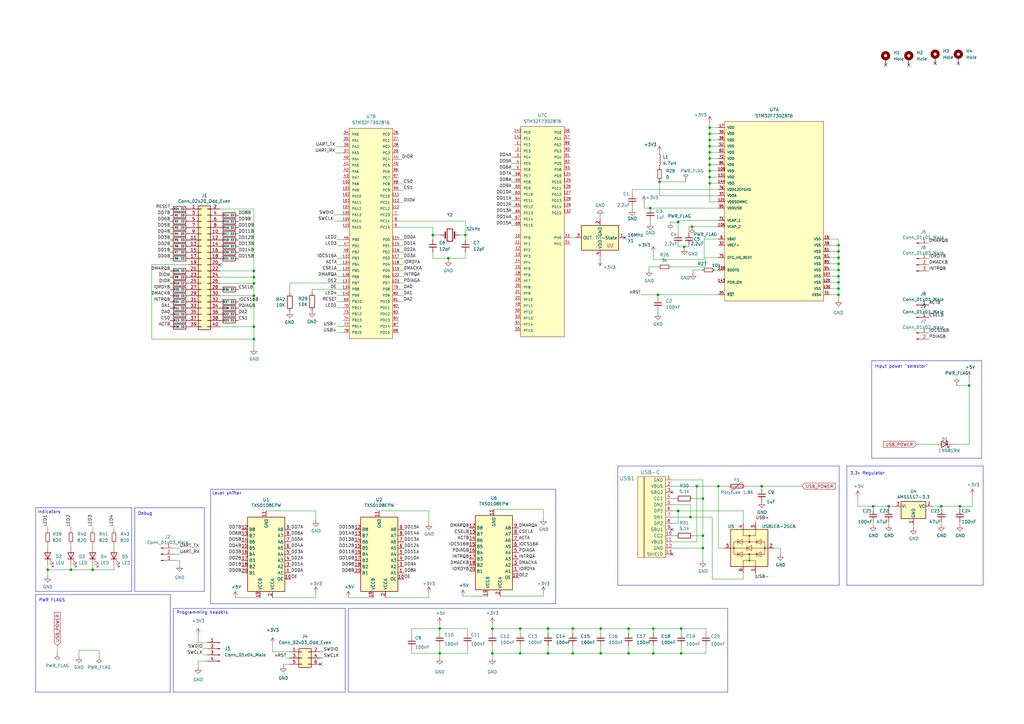
<source format=kicad_sch>
(kicad_sch (version 20230121) (generator eeschema)

  (uuid 6a0b1509-c012-4510-a014-035c14c242a7)

  (paper "A3")

  (title_block
    (title "PATA/IDE for STM32F407")
    (date "2022-11-21")
  )

  

  (junction (at 104.14 113.665) (diameter 0) (color 0 0 0 0)
    (uuid 06c1f72c-5033-431a-ab85-56663c061dbe)
  )
  (junction (at 285.75 199.39) (diameter 0) (color 0 0 0 0)
    (uuid 0744fd3c-8d11-4cf7-b56f-6701994e5cf0)
  )
  (junction (at 288.29 224.79) (diameter 0) (color 0 0 0 0)
    (uuid 0771162f-c7b8-4e84-ad3c-1e7af77d7ff5)
  )
  (junction (at 291.084 52.324) (diameter 0) (color 0 0 0 0)
    (uuid 07a31337-0c76-47a6-baf1-ae89da14415e)
  )
  (junction (at 180.34 267.97) (diameter 0) (color 0 0 0 0)
    (uuid 0ecbd14a-fa84-4d01-a328-8271e87cf23e)
  )
  (junction (at 291.084 75.184) (diameter 0) (color 0 0 0 0)
    (uuid 13435973-bb0f-4f16-aa92-bd541e96f413)
  )
  (junction (at 183.896 105.918) (diameter 0) (color 0 0 0 0)
    (uuid 1b690023-0493-4e29-8c3c-2b9416cd88cc)
  )
  (junction (at 343.916 100.584) (diameter 0) (color 0 0 0 0)
    (uuid 1f2bb67c-2d7f-472d-8e51-d82bfeeffe1b)
  )
  (junction (at 393.7 207.645) (diameter 0) (color 0 0 0 0)
    (uuid 210e4c77-5f96-4dbd-a4a2-c39c8b350ac9)
  )
  (junction (at 267.97 257.81) (diameter 0) (color 0 0 0 0)
    (uuid 21f67384-c4e8-4a93-8ffb-57a75d0b7f6a)
  )
  (junction (at 257.81 257.81) (diameter 0) (color 0 0 0 0)
    (uuid 29e9432b-2a06-4c9c-895f-b1c8ce6fe169)
  )
  (junction (at 283.21 212.09) (diameter 0) (color 0 0 0 0)
    (uuid 2acd03a9-0418-4708-90dc-28313839e38e)
  )
  (junction (at 267.97 267.97) (diameter 0) (color 0 0 0 0)
    (uuid 2fe866b5-9108-4bf0-ad1a-ecc2d62949a2)
  )
  (junction (at 104.14 121.285) (diameter 0) (color 0 0 0 0)
    (uuid 413d0a59-2fc7-4725-9fa9-1d9ef3708c53)
  )
  (junction (at 234.95 257.81) (diameter 0) (color 0 0 0 0)
    (uuid 4475aea5-fc21-4078-9947-40191a24271b)
  )
  (junction (at 291.084 54.864) (diameter 0) (color 0 0 0 0)
    (uuid 44a1011c-7c98-45f2-a710-3ecb365ebea9)
  )
  (junction (at 397.51 158.115) (diameter 0) (color 0 0 0 0)
    (uuid 44db4252-3ee8-499c-bb3b-c6c37526fd44)
  )
  (junction (at 291.084 62.484) (diameter 0) (color 0 0 0 0)
    (uuid 458a09f4-cef5-44e9-ad32-8cf649f826c7)
  )
  (junction (at 246.38 267.97) (diameter 0) (color 0 0 0 0)
    (uuid 464fa438-031c-4343-b01f-d815852b943e)
  )
  (junction (at 291.084 59.944) (diameter 0) (color 0 0 0 0)
    (uuid 4d2eced3-cf6c-487d-9ae4-afc60b6b6ff5)
  )
  (junction (at 19.558 233.68) (diameter 0) (color 0 0 0 0)
    (uuid 4d5e3894-29b7-4a8b-aa80-2e3ff95baf68)
  )
  (junction (at 288.29 219.71) (diameter 0) (color 0 0 0 0)
    (uuid 4e6ec0d6-8c17-41d7-92ea-95f48a578734)
  )
  (junction (at 343.916 108.204) (diameter 0) (color 0 0 0 0)
    (uuid 4e89e469-0df2-4b83-8d5f-c6a59c5ca79f)
  )
  (junction (at 104.14 133.985) (diameter 0) (color 0 0 0 0)
    (uuid 55d86635-ad7c-452e-bf34-62c6c54345c2)
  )
  (junction (at 269.875 120.904) (diameter 0) (color 0 0 0 0)
    (uuid 5877441a-aae1-438d-bc11-bcc31d335fa9)
  )
  (junction (at 278.13 91.059) (diameter 0) (color 0 0 0 0)
    (uuid 66ba0933-75bb-4648-8318-4bccfd23da7b)
  )
  (junction (at 201.93 257.81) (diameter 0) (color 0 0 0 0)
    (uuid 69322fea-0402-491e-934b-8781b2e23b8d)
  )
  (junction (at 278.13 209.55) (diameter 0) (color 0 0 0 0)
    (uuid 6ca017ac-39a8-4df4-8947-8ea3ee2abc7e)
  )
  (junction (at 280.67 101.219) (diameter 0) (color 0 0 0 0)
    (uuid 6edf160f-702c-463a-b3f7-7c9f1809614f)
  )
  (junction (at 279.4 257.81) (diameter 0) (color 0 0 0 0)
    (uuid 70046263-4439-4d46-91c2-d83e638946ec)
  )
  (junction (at 343.916 115.824) (diameter 0) (color 0 0 0 0)
    (uuid 730f0f9d-bacf-4ce9-95a3-d54e9cc03998)
  )
  (junction (at 294.64 199.39) (diameter 0) (color 0 0 0 0)
    (uuid 75da4fe3-f9b7-4a94-8e34-8702b383a380)
  )
  (junction (at 177.546 96.393) (diameter 0) (color 0 0 0 0)
    (uuid 78fd61e0-8316-4e0e-93fb-f0532a07733f)
  )
  (junction (at 213.36 257.81) (diameter 0) (color 0 0 0 0)
    (uuid 7a498344-8427-468e-9908-4776638319fc)
  )
  (junction (at 358.14 207.645) (diameter 0) (color 0 0 0 0)
    (uuid 7a5d5e50-fce4-4af3-b4a8-d55bdf4dd320)
  )
  (junction (at 291.084 72.644) (diameter 0) (color 0 0 0 0)
    (uuid 7b4c3d66-62a6-4f7d-8742-4e765d13cf46)
  )
  (junction (at 270.51 74.549) (diameter 0) (color 0 0 0 0)
    (uuid 7ba2a298-2f8f-45d7-8c43-3c76297572dc)
  )
  (junction (at 283.845 92.964) (diameter 0) (color 0 0 0 0)
    (uuid 7ddf9ff1-4936-4fbb-b26c-b2df87d771b0)
  )
  (junction (at 224.79 267.97) (diameter 0) (color 0 0 0 0)
    (uuid 874eac06-2c0f-46af-9dd1-44a00265a15c)
  )
  (junction (at 288.29 204.47) (diameter 0) (color 0 0 0 0)
    (uuid 8763d9ca-2ce6-4226-b385-ee3294188916)
  )
  (junction (at 201.93 267.97) (diameter 0) (color 0 0 0 0)
    (uuid 8bf2230d-42f7-4f6d-a972-05866e86e5fc)
  )
  (junction (at 29.083 233.68) (diameter 0) (color 0 0 0 0)
    (uuid 8e1e6a7e-3d61-47be-a0b6-bff97388bdd8)
  )
  (junction (at 246.38 257.81) (diameter 0) (color 0 0 0 0)
    (uuid 941b5b3c-3089-49ca-a107-e732130d0e06)
  )
  (junction (at 279.4 267.97) (diameter 0) (color 0 0 0 0)
    (uuid 94279055-0ed3-477d-8021-43043f7c31e7)
  )
  (junction (at 343.916 103.124) (diameter 0) (color 0 0 0 0)
    (uuid 95835d71-a485-4374-afc3-9e09c1779d68)
  )
  (junction (at 291.084 57.404) (diameter 0) (color 0 0 0 0)
    (uuid 9e164309-e4db-42d7-8db0-82e5b0911ee9)
  )
  (junction (at 180.34 257.81) (diameter 0) (color 0 0 0 0)
    (uuid a312e279-3a84-4262-b018-115898fb3118)
  )
  (junction (at 213.36 267.97) (diameter 0) (color 0 0 0 0)
    (uuid a5adc965-a85c-4660-a04c-4fa00ff84e44)
  )
  (junction (at 257.81 267.97) (diameter 0) (color 0 0 0 0)
    (uuid a7d65ec2-bade-483a-9ce8-52fc2f5125ce)
  )
  (junction (at 234.95 267.97) (diameter 0) (color 0 0 0 0)
    (uuid a9894205-dca0-4b06-abff-52a44444f21f)
  )
  (junction (at 343.916 105.664) (diameter 0) (color 0 0 0 0)
    (uuid aa038dbb-d723-4ba5-b90b-838a94564529)
  )
  (junction (at 291.084 67.564) (diameter 0) (color 0 0 0 0)
    (uuid ab72f571-797e-4141-aed5-adbb4686299a)
  )
  (junction (at 37.973 233.68) (diameter 0) (color 0 0 0 0)
    (uuid acb55a7a-ad79-40df-b09a-1d7337b2ae7d)
  )
  (junction (at 291.084 70.104) (diameter 0) (color 0 0 0 0)
    (uuid aec926b4-3927-4587-adbc-d6c0c2e39a4e)
  )
  (junction (at 343.916 110.744) (diameter 0) (color 0 0 0 0)
    (uuid aee0508f-796d-4d72-91cb-39ff74582698)
  )
  (junction (at 343.916 120.904) (diameter 0) (color 0 0 0 0)
    (uuid b1ac5a93-812c-4527-bd2d-225e23586090)
  )
  (junction (at 343.916 113.284) (diameter 0) (color 0 0 0 0)
    (uuid b27d7149-9cbf-4d86-8f68-e862058e431c)
  )
  (junction (at 312.42 199.39) (diameter 0) (color 0 0 0 0)
    (uuid bcf3b4ec-d1ee-4f6d-9287-f90408f583e9)
  )
  (junction (at 291.084 65.024) (diameter 0) (color 0 0 0 0)
    (uuid c3e3b2d6-faaf-4f4d-8fdb-cf63785483b0)
  )
  (junction (at 104.14 111.125) (diameter 0) (color 0 0 0 0)
    (uuid c897c464-2a29-46dd-8782-a52a54035280)
  )
  (junction (at 104.14 139.065) (diameter 0) (color 0 0 0 0)
    (uuid c8dda3cf-1ac2-4484-a1c9-12bae966b5e9)
  )
  (junction (at 104.14 116.205) (diameter 0) (color 0 0 0 0)
    (uuid d8cf0c73-b49e-4a20-9d75-5b76ec9422a9)
  )
  (junction (at 224.79 257.81) (diameter 0) (color 0 0 0 0)
    (uuid dbf2bfab-832f-4174-82d2-7f727964785d)
  )
  (junction (at 386.08 207.645) (diameter 0) (color 0 0 0 0)
    (uuid e01767ae-ca30-4f4c-8cba-b37e9bd6c75d)
  )
  (junction (at 364.49 207.645) (diameter 0) (color 0 0 0 0)
    (uuid e38a792c-0fcf-419e-95df-8557b4a5d2e4)
  )
  (junction (at 266.7 85.344) (diameter 0) (color 0 0 0 0)
    (uuid e4a355cd-7cc9-4ed1-8fd5-aa61bea9b304)
  )
  (junction (at 190.881 96.393) (diameter 0) (color 0 0 0 0)
    (uuid ea9a292f-b205-4180-86a1-442bc1ba4cab)
  )
  (junction (at 343.916 118.364) (diameter 0) (color 0 0 0 0)
    (uuid fe408215-59cb-4c4f-8add-8c8016c628c4)
  )

  (no_connect (at 363.22 26.67) (uuid 0fb4c35b-5700-47ad-924b-1ec42fba396d))
  (no_connect (at 372.745 26.67) (uuid 15b4123f-c1ad-473f-8f27-6ddfe1371711))
  (no_connect (at 256.286 97.536) (uuid 23964d45-3a33-4638-9532-c02fcee7795d))
  (no_connect (at 383.54 26.035) (uuid 3374e243-69a5-4039-b972-e0b0f83b4864))
  (no_connect (at 131.445 272.415) (uuid 4cf65508-f841-4110-ad93-f9fa0c32e9be))
  (no_connect (at 275.59 217.17) (uuid 7f1bcc07-391e-4734-8825-4dbe78fe58e1))
  (no_connect (at 90.17 108.585) (uuid 9e2c97c5-1ce0-4a8b-b6c9-7be13f57208f))
  (no_connect (at 275.59 201.93) (uuid d2eb5fe7-afb3-4f9a-8cec-8dad54d638f5))
  (no_connect (at 393.065 26.035) (uuid e585fd70-13c2-4a36-8618-47784e6bf19c))
  (no_connect (at 275.59 227.33) (uuid f04b9f23-ddeb-4de2-befe-d27072497a37))

  (wire (pts (xy 343.916 98.044) (xy 343.916 100.584))
    (stroke (width 0) (type default))
    (uuid 001d5f3d-bdb2-43cb-92eb-e33dda272bbd)
  )
  (wire (pts (xy 294.64 57.404) (xy 291.084 57.404))
    (stroke (width 0) (type default))
    (uuid 00206535-2493-4ecb-8cbd-42c696b85106)
  )
  (wire (pts (xy 358.14 213.995) (xy 358.14 215.265))
    (stroke (width 0) (type default))
    (uuid 00f9745a-4936-40a1-b7d5-cbbade4827b8)
  )
  (wire (pts (xy 393.7 213.995) (xy 393.7 215.265))
    (stroke (width 0) (type default))
    (uuid 0104b81d-650b-44f3-9520-4592963c1d4d)
  )
  (wire (pts (xy 291.084 52.324) (xy 291.084 50.292))
    (stroke (width 0) (type default))
    (uuid 024c5f88-962b-4f9f-9f51-7ac13b359ccb)
  )
  (wire (pts (xy 291.084 67.564) (xy 291.084 65.024))
    (stroke (width 0) (type default))
    (uuid 02548589-3bce-4c4a-ac4b-622f08426d6e)
  )
  (wire (pts (xy 280.67 101.219) (xy 282.575 101.219))
    (stroke (width 0) (type default))
    (uuid 0309c2d1-a0db-43d7-a366-4f2f19eeab21)
  )
  (wire (pts (xy 155.575 209.55) (xy 175.895 209.55))
    (stroke (width 0) (type default))
    (uuid 04973f52-fa4f-49bb-a595-4f4bbad924e1)
  )
  (polyline (pts (xy 86.36 247.65) (xy 86.36 200.66))
    (stroke (width 0) (type default))
    (uuid 05e2d68b-5a22-429b-8e1f-c7ce12ad5afc)
  )

  (wire (pts (xy 191.77 257.81) (xy 191.77 259.715))
    (stroke (width 0) (type default))
    (uuid 061103d9-ff8a-4a3a-9be6-a66af9870472)
  )
  (wire (pts (xy 340.36 108.204) (xy 343.916 108.204))
    (stroke (width 0) (type default))
    (uuid 066ad863-0681-4430-bc12-54cafa806d4e)
  )
  (wire (pts (xy 224.79 257.81) (xy 224.79 259.715))
    (stroke (width 0) (type default))
    (uuid 08bbba76-e8a3-4b72-bda5-2f3e4aae9da2)
  )
  (wire (pts (xy 180.34 259.715) (xy 180.34 257.81))
    (stroke (width 0) (type default))
    (uuid 09496cbb-d5af-46e1-b17e-81509a379bb8)
  )
  (wire (pts (xy 269.875 120.904) (xy 269.875 122.174))
    (stroke (width 0) (type default))
    (uuid 09601cec-83b5-418a-8ffb-a133872963f7)
  )
  (wire (pts (xy 246.38 257.81) (xy 257.81 257.81))
    (stroke (width 0) (type default))
    (uuid 09a4f33e-669f-4b21-b0d1-49e347e1ae20)
  )
  (wire (pts (xy 46.736 231.775) (xy 46.736 233.68))
    (stroke (width 0) (type default))
    (uuid 09b2f3a6-c022-4311-b1bb-408cec1619a1)
  )
  (wire (pts (xy 340.36 118.364) (xy 343.916 118.364))
    (stroke (width 0) (type default))
    (uuid 0a7726bd-af49-4282-afbc-91de8b8d6003)
  )
  (wire (pts (xy 288.798 98.044) (xy 288.798 106.426))
    (stroke (width 0) (type default))
    (uuid 0c22ad81-2ad4-4604-bacc-648d6ff1ab08)
  )
  (wire (pts (xy 191.77 264.795) (xy 191.77 267.97))
    (stroke (width 0) (type default))
    (uuid 0ca72592-6f96-4389-974b-dedc815bbd98)
  )
  (wire (pts (xy 275.59 204.47) (xy 276.86 204.47))
    (stroke (width 0) (type default))
    (uuid 0d2875f6-e934-4f30-be06-f8ded88229ee)
  )
  (wire (pts (xy 201.93 257.81) (xy 201.93 259.715))
    (stroke (width 0) (type default))
    (uuid 0f2caa97-a442-407d-ba41-e793c1504286)
  )
  (wire (pts (xy 131.445 267.335) (xy 132.715 267.335))
    (stroke (width 0) (type default))
    (uuid 121c3de7-bb19-4d6b-a0dc-77ffcc518aa9)
  )
  (wire (pts (xy 104.14 133.985) (xy 104.14 139.065))
    (stroke (width 0) (type default))
    (uuid 1285ff37-795a-49ce-a644-58af5a813b5c)
  )
  (wire (pts (xy 278.13 100.584) (xy 278.13 101.219))
    (stroke (width 0) (type default))
    (uuid 12904004-10e4-40dc-90e5-116e1f9581e9)
  )
  (wire (pts (xy 209.804 89.916) (xy 211.074 89.916))
    (stroke (width 0) (type default))
    (uuid 13e193bf-324f-4f67-9d25-0c147bae9050)
  )
  (wire (pts (xy 71.12 224.79) (xy 73.66 224.79))
    (stroke (width 0) (type default))
    (uuid 141ebe84-3d5c-43cc-9ba9-38d2093510ab)
  )
  (wire (pts (xy 209.804 87.376) (xy 211.074 87.376))
    (stroke (width 0) (type default))
    (uuid 14b3875b-7a1d-44bb-ad12-07c5c6e2b093)
  )
  (wire (pts (xy 140.716 133.858) (xy 138.176 133.858))
    (stroke (width 0) (type default))
    (uuid 167494a5-10fb-482e-8eba-a3414424ae6e)
  )
  (wire (pts (xy 37.973 233.68) (xy 46.736 233.68))
    (stroke (width 0) (type default))
    (uuid 168963b2-8d97-4b65-86cf-53c9068f6725)
  )
  (wire (pts (xy 288.29 224.79) (xy 288.29 229.87))
    (stroke (width 0) (type default))
    (uuid 18a85c71-f0a8-4f5e-92fc-a318e8d03eaa)
  )
  (wire (pts (xy 140.716 100.838) (xy 138.176 100.838))
    (stroke (width 0) (type default))
    (uuid 19543689-610e-40ef-be33-fb2d0513bc01)
  )
  (wire (pts (xy 234.95 257.81) (xy 234.95 259.715))
    (stroke (width 0) (type default))
    (uuid 195c78b1-ad63-4727-a6eb-dc24234aca7b)
  )
  (wire (pts (xy 375.92 182.245) (xy 383.54 182.245))
    (stroke (width 0) (type default))
    (uuid 19a93d6c-bcde-45db-8006-83bc97aa0806)
  )
  (wire (pts (xy 90.17 85.725) (xy 104.14 85.725))
    (stroke (width 0) (type default))
    (uuid 1a73e168-3f1c-4628-b602-161f10192054)
  )
  (wire (pts (xy 358.14 208.915) (xy 358.14 207.645))
    (stroke (width 0) (type default))
    (uuid 1a8b271d-73b5-4938-947f-566d9abcfad8)
  )
  (polyline (pts (xy 71.12 249.555) (xy 71.12 283.845))
    (stroke (width 0) (type default))
    (uuid 1af52a26-db4c-4f55-ac10-9c9ff13a157a)
  )
  (polyline (pts (xy 402.59 187.96) (xy 400.685 187.96))
    (stroke (width 0) (type default))
    (uuid 1c7d6348-e8b8-4e6b-8c05-9868efdccfc8)
  )

  (wire (pts (xy 278.13 209.55) (xy 304.8 209.55))
    (stroke (width 0) (type default))
    (uuid 1c848699-37f3-4b98-be91-6d62503046d2)
  )
  (wire (pts (xy 294.64 52.324) (xy 291.084 52.324))
    (stroke (width 0) (type default))
    (uuid 1cdd2760-2210-40ab-aa94-1852e7d1dc41)
  )
  (wire (pts (xy 201.93 257.81) (xy 213.36 257.81))
    (stroke (width 0) (type default))
    (uuid 1dbbef45-00da-4845-9bf6-431a0202438b)
  )
  (wire (pts (xy 19.558 215.9) (xy 19.558 217.805))
    (stroke (width 0) (type default))
    (uuid 200cb5d0-33b7-463e-b19f-a65c9de1afa1)
  )
  (wire (pts (xy 282.575 101.219) (xy 282.575 100.584))
    (stroke (width 0) (type default))
    (uuid 228db50b-5d23-4c8e-9223-749ec76fbea7)
  )
  (wire (pts (xy 29.083 233.68) (xy 29.083 231.775))
    (stroke (width 0) (type default))
    (uuid 23ac7723-e5f5-4810-9dbb-0773f7fd1f3f)
  )
  (polyline (pts (xy 53.975 208.28) (xy 53.975 242.57))
    (stroke (width 0) (type default))
    (uuid 264bd1e8-fbc0-43d9-95ab-e6e6d69d39e0)
  )

  (wire (pts (xy 294.64 75.184) (xy 291.084 75.184))
    (stroke (width 0) (type default))
    (uuid 2730a325-97a9-49c6-b4e8-b6024e30eee8)
  )
  (wire (pts (xy 209.804 69.596) (xy 211.074 69.596))
    (stroke (width 0) (type default))
    (uuid 28866ef7-8460-4d33-9116-f603fb74389e)
  )
  (wire (pts (xy 140.716 98.298) (xy 138.176 98.298))
    (stroke (width 0) (type default))
    (uuid 28db76e1-b35f-43d5-962d-57a8df5db663)
  )
  (wire (pts (xy 165.481 105.918) (xy 163.576 105.918))
    (stroke (width 0) (type default))
    (uuid 2a3622fd-fcb4-4a37-84b8-826a48626a78)
  )
  (wire (pts (xy 234.95 257.81) (xy 246.38 257.81))
    (stroke (width 0) (type default))
    (uuid 2a5fe151-6d26-4788-adc5-ad732bfe70ed)
  )
  (wire (pts (xy 343.916 113.284) (xy 343.916 115.824))
    (stroke (width 0) (type default))
    (uuid 2b004475-32eb-4b96-8774-33534ea82264)
  )
  (wire (pts (xy 224.79 267.97) (xy 234.95 267.97))
    (stroke (width 0) (type default))
    (uuid 2bb66d32-05e1-4301-90d4-f0a3249b925b)
  )
  (wire (pts (xy 19.558 233.68) (xy 29.083 233.68))
    (stroke (width 0) (type default))
    (uuid 2bee96bb-d6aa-41c6-bc7a-480d6a3b6c6e)
  )
  (wire (pts (xy 279.4 257.81) (xy 289.56 257.81))
    (stroke (width 0) (type default))
    (uuid 2c013b69-165a-4bfd-bad0-f9c577d63f55)
  )
  (wire (pts (xy 282.575 92.964) (xy 283.845 92.964))
    (stroke (width 0) (type default))
    (uuid 2ef5ecae-c2b5-45ad-b8ce-aa7426dff493)
  )
  (polyline (pts (xy 141.605 249.555) (xy 141.605 283.845))
    (stroke (width 0) (type default))
    (uuid 2f0fbee1-f278-40fc-96d6-23f5dfa6bbd4)
  )

  (wire (pts (xy 158.115 245.11) (xy 175.895 245.11))
    (stroke (width 0) (type default))
    (uuid 2f2a45e0-b7c7-4cd3-9279-e3de3c15afb0)
  )
  (wire (pts (xy 374.65 215.265) (xy 374.65 216.535))
    (stroke (width 0) (type default))
    (uuid 31ff90ca-461a-46d6-923d-55edb1ce52bf)
  )
  (wire (pts (xy 291.084 82.804) (xy 291.084 75.184))
    (stroke (width 0) (type default))
    (uuid 326909d3-ff5f-4af6-8038-4924d51c1a32)
  )
  (wire (pts (xy 180.34 257.81) (xy 191.77 257.81))
    (stroke (width 0) (type default))
    (uuid 32d9a46f-a2da-4897-a74b-8414a2b5dd34)
  )
  (wire (pts (xy 293.116 110.744) (xy 294.64 110.744))
    (stroke (width 0) (type default))
    (uuid 32dc7ccf-fcc6-4fd9-a004-5e2bda2b79e1)
  )
  (polyline (pts (xy 141.605 283.845) (xy 71.12 283.845))
    (stroke (width 0) (type default))
    (uuid 344ba8c6-003b-4a74-a10f-a67d0c4c8dc1)
  )
  (polyline (pts (xy 253.365 240.03) (xy 344.17 240.03))
    (stroke (width 0) (type default))
    (uuid 354f0a00-794d-45c2-9f36-55702b6cee2b)
  )

  (wire (pts (xy 234.95 267.97) (xy 246.38 267.97))
    (stroke (width 0) (type default))
    (uuid 354f72a6-b245-4ca7-83e5-c96bb30e3e38)
  )
  (wire (pts (xy 104.14 116.205) (xy 104.14 121.285))
    (stroke (width 0) (type default))
    (uuid 3557faa0-a95e-45ac-aa33-9187ed4d495b)
  )
  (wire (pts (xy 246.126 106.426) (xy 246.126 105.156))
    (stroke (width 0) (type default))
    (uuid 37dda214-c319-4569-be74-b468107ac112)
  )
  (polyline (pts (xy 55.245 242.57) (xy 83.82 242.57))
    (stroke (width 0) (type default))
    (uuid 38294b37-eaae-4bac-9871-c6cee8609440)
  )

  (wire (pts (xy 274.955 91.059) (xy 278.13 91.059))
    (stroke (width 0) (type default))
    (uuid 393c3943-7b41-4263-9e99-291f7d5d5cdd)
  )
  (wire (pts (xy 90.17 116.205) (xy 104.14 116.205))
    (stroke (width 0) (type default))
    (uuid 3a0f78d6-22a0-4780-9451-e6de5909db2f)
  )
  (wire (pts (xy 106.68 245.11) (xy 96.52 245.11))
    (stroke (width 0) (type default))
    (uuid 3a3a7dda-8009-4876-b1fc-16762611e6f5)
  )
  (wire (pts (xy 246.38 267.97) (xy 257.81 267.97))
    (stroke (width 0) (type default))
    (uuid 3a583a5e-c998-405b-b43a-4e322ca24efc)
  )
  (wire (pts (xy 165.481 108.458) (xy 163.576 108.458))
    (stroke (width 0) (type default))
    (uuid 3afbf8a7-e706-45ac-947b-b661a1368d1c)
  )
  (wire (pts (xy 90.17 113.665) (xy 104.14 113.665))
    (stroke (width 0) (type default))
    (uuid 3d6ef5e7-f3fc-4694-9150-65489df69522)
  )
  (wire (pts (xy 213.36 264.795) (xy 213.36 267.97))
    (stroke (width 0) (type default))
    (uuid 3de346fc-b7dc-4c53-a876-ab5786078e15)
  )
  (wire (pts (xy 168.91 267.97) (xy 168.91 266.065))
    (stroke (width 0) (type default))
    (uuid 3e01c9a6-290b-4b6e-b5a5-5e86df517488)
  )
  (polyline (pts (xy 142.875 249.555) (xy 298.45 249.555))
    (stroke (width 0) (type default))
    (uuid 3e027189-3589-43e7-be89-0b6e7d1b7871)
  )

  (wire (pts (xy 364.49 213.995) (xy 364.49 215.265))
    (stroke (width 0) (type default))
    (uuid 3ed92f35-0cfd-4a03-9bf3-63cf60211b1b)
  )
  (wire (pts (xy 278.13 101.219) (xy 280.67 101.219))
    (stroke (width 0) (type default))
    (uuid 3fccf69b-79a2-4888-9588-d54a9588ec20)
  )
  (wire (pts (xy 283.845 92.964) (xy 294.64 92.964))
    (stroke (width 0) (type default))
    (uuid 3fe559b4-e248-4553-b40d-3a606157ede8)
  )
  (wire (pts (xy 190.881 96.393) (xy 190.881 98.298))
    (stroke (width 0) (type default))
    (uuid 40d5e796-35df-48b9-96db-6ebb4302c979)
  )
  (wire (pts (xy 163.576 65.278) (xy 164.846 65.278))
    (stroke (width 0) (type default))
    (uuid 40ee6174-f3f1-4daf-beef-42cc348fee0d)
  )
  (wire (pts (xy 163.576 90.678) (xy 190.881 90.678))
    (stroke (width 0) (type default))
    (uuid 41f63499-72bf-4ee9-ad89-c5813615fea7)
  )
  (wire (pts (xy 340.36 120.904) (xy 343.916 120.904))
    (stroke (width 0) (type default))
    (uuid 4267cc3a-8049-4b4c-8f94-9f628388cac0)
  )
  (wire (pts (xy 257.81 257.81) (xy 267.97 257.81))
    (stroke (width 0) (type default))
    (uuid 42d22bc1-a3c4-4f5c-9059-cba2cf9d9566)
  )
  (wire (pts (xy 398.78 203.2) (xy 398.78 207.645))
    (stroke (width 0) (type default))
    (uuid 439d85e0-7be4-402a-905a-327291586bef)
  )
  (wire (pts (xy 163.576 93.218) (xy 177.546 93.218))
    (stroke (width 0) (type default))
    (uuid 4467e52c-9661-4278-90f9-d8209394461b)
  )
  (wire (pts (xy 129.54 245.11) (xy 111.76 245.11))
    (stroke (width 0) (type default))
    (uuid 44a5aeab-34df-4569-ad99-d79b0576cd67)
  )
  (wire (pts (xy 264.16 83.058) (xy 264.16 85.344))
    (stroke (width 0) (type default))
    (uuid 4642941e-091c-4a26-a2d3-2f88b94514dd)
  )
  (wire (pts (xy 140.716 110.998) (xy 138.176 110.998))
    (stroke (width 0) (type default))
    (uuid 4675b069-6855-463f-b0d1-9633ba913929)
  )
  (wire (pts (xy 340.36 110.744) (xy 343.916 110.744))
    (stroke (width 0) (type default))
    (uuid 475e4458-1052-4d87-b582-92dc81d3213e)
  )
  (wire (pts (xy 266.192 110.744) (xy 266.192 109.474))
    (stroke (width 0) (type default))
    (uuid 4790fc35-becd-4797-854f-053cd2eaf2fc)
  )
  (wire (pts (xy 111.76 267.335) (xy 118.745 267.335))
    (stroke (width 0) (type default))
    (uuid 47d4ffb1-f25d-4489-bc30-c9ed386fb856)
  )
  (wire (pts (xy 180.34 267.97) (xy 180.34 269.875))
    (stroke (width 0) (type default))
    (uuid 4b4d744d-4beb-44ad-967b-f3e599f821cc)
  )
  (wire (pts (xy 259.334 77.724) (xy 259.334 79.502))
    (stroke (width 0) (type default))
    (uuid 4cabdf20-79e4-498b-8bbd-6a6cec5506e6)
  )
  (wire (pts (xy 246.38 264.795) (xy 246.38 267.97))
    (stroke (width 0) (type default))
    (uuid 4df6cff0-cdeb-4bb5-a2b2-d8fd9f4d9460)
  )
  (wire (pts (xy 291.084 59.944) (xy 291.084 57.404))
    (stroke (width 0) (type default))
    (uuid 4e303921-661a-4814-b291-783691246c57)
  )
  (wire (pts (xy 23.495 264.795) (xy 23.495 267.97))
    (stroke (width 0) (type default))
    (uuid 4eab3d21-afb6-4f13-a85d-638c84d01452)
  )
  (polyline (pts (xy 14.605 283.845) (xy 69.85 283.845))
    (stroke (width 0) (type default))
    (uuid 4ed302ea-99d0-4536-bc28-50b67d2ec7dc)
  )

  (wire (pts (xy 168.91 260.985) (xy 168.91 257.81))
    (stroke (width 0) (type default))
    (uuid 4f7ca5f3-0359-4665-8019-89f79617b56a)
  )
  (wire (pts (xy 294.64 77.724) (xy 259.334 77.724))
    (stroke (width 0) (type default))
    (uuid 4fd1edc8-0a70-48d8-a113-d157c6c0d73c)
  )
  (wire (pts (xy 71.12 227.33) (xy 73.66 227.33))
    (stroke (width 0) (type default))
    (uuid 4ffed0e0-6cf7-40d1-815d-c36517faa150)
  )
  (wire (pts (xy 343.916 103.124) (xy 343.916 105.664))
    (stroke (width 0) (type default))
    (uuid 51374fca-1eac-47fc-815b-6ea2335f5903)
  )
  (wire (pts (xy 393.7 207.645) (xy 398.78 207.645))
    (stroke (width 0) (type default))
    (uuid 5144cbbc-9f50-4651-89cc-44b8d3f974c1)
  )
  (wire (pts (xy 140.716 136.398) (xy 138.176 136.398))
    (stroke (width 0) (type default))
    (uuid 53829a5a-cd61-4bce-b16b-12b400f9ba8a)
  )
  (wire (pts (xy 267.97 267.97) (xy 279.4 267.97))
    (stroke (width 0) (type default))
    (uuid 53c82ef2-c3dc-4a29-aebc-843fbb5b248e)
  )
  (wire (pts (xy 291.084 54.864) (xy 291.084 52.324))
    (stroke (width 0) (type default))
    (uuid 53dca093-506a-4559-9cb6-d9c25d8f31f3)
  )
  (wire (pts (xy 343.916 110.744) (xy 343.916 113.284))
    (stroke (width 0) (type default))
    (uuid 54008b1e-1d3a-4340-bbb5-fb9476914bbf)
  )
  (wire (pts (xy 289.56 267.97) (xy 289.56 264.795))
    (stroke (width 0) (type default))
    (uuid 572f1cc9-fa20-43bd-80b0-f2f80a977848)
  )
  (wire (pts (xy 19.558 222.885) (xy 19.558 224.155))
    (stroke (width 0) (type default))
    (uuid 59c832d1-abfb-4d1f-97b6-2508e41164e5)
  )
  (wire (pts (xy 180.34 257.81) (xy 168.91 257.81))
    (stroke (width 0) (type default))
    (uuid 5a1ca7fd-2ec4-4a65-a741-6f7a2cc4d78d)
  )
  (wire (pts (xy 343.916 115.824) (xy 343.916 118.364))
    (stroke (width 0) (type default))
    (uuid 5b4a7b19-e27d-4aff-9ea6-3831c5f6d185)
  )
  (wire (pts (xy 165.481 118.618) (xy 163.576 118.618))
    (stroke (width 0) (type default))
    (uuid 5bc2cabe-188f-492d-a61b-ed2fe683ad3b)
  )
  (wire (pts (xy 275.59 207.01) (xy 283.21 207.01))
    (stroke (width 0) (type default))
    (uuid 5bf8536c-c515-40b8-99b2-c280dbeb2ba9)
  )
  (wire (pts (xy 19.558 231.775) (xy 19.558 233.68))
    (stroke (width 0) (type default))
    (uuid 5c0eadf6-a600-4b2f-8d53-6e41cd589382)
  )
  (wire (pts (xy 140.716 121.158) (xy 138.176 121.158))
    (stroke (width 0) (type default))
    (uuid 5c7a6210-9387-4c5f-b1a1-915801b57005)
  )
  (wire (pts (xy 209.804 84.836) (xy 211.074 84.836))
    (stroke (width 0) (type default))
    (uuid 5d065267-5031-441f-8925-c5565585fbbd)
  )
  (polyline (pts (xy 349.25 191.135) (xy 403.225 191.135))
    (stroke (width 0) (type default))
    (uuid 5d921de7-5122-4126-804a-6470f172777e)
  )
  (polyline (pts (xy 142.875 283.845) (xy 298.45 283.845))
    (stroke (width 0) (type default))
    (uuid 5eba8eb1-5d7a-4b0d-9b8f-78a89da843c8)
  )

  (wire (pts (xy 275.59 196.85) (xy 288.29 196.85))
    (stroke (width 0) (type default))
    (uuid 5f618c72-3641-4594-98a1-27c94bf3b4fe)
  )
  (wire (pts (xy 201.93 255.905) (xy 201.93 257.81))
    (stroke (width 0) (type default))
    (uuid 60195a8e-b0fa-4688-a8dd-cb6babd05c7c)
  )
  (wire (pts (xy 37.973 215.9) (xy 37.973 217.805))
    (stroke (width 0) (type default))
    (uuid 605a35e6-380e-4dc7-89ca-64438b36406b)
  )
  (wire (pts (xy 282.575 95.504) (xy 282.575 92.964))
    (stroke (width 0) (type default))
    (uuid 60b7efd8-5657-45e5-a817-6925d8ddfa1e)
  )
  (wire (pts (xy 269.875 127.254) (xy 269.875 128.524))
    (stroke (width 0) (type default))
    (uuid 610335b5-5fa4-468b-b360-5ac6aaaabaa9)
  )
  (wire (pts (xy 200.025 244.475) (xy 189.865 244.475))
    (stroke (width 0) (type default))
    (uuid 62c04150-79d0-4ae0-8a2b-f20c67427ae7)
  )
  (wire (pts (xy 292.1 237.49) (xy 304.8 237.49))
    (stroke (width 0) (type default))
    (uuid 63c422a1-c4eb-41ff-a157-467389e11cc6)
  )
  (wire (pts (xy 340.36 100.584) (xy 343.916 100.584))
    (stroke (width 0) (type default))
    (uuid 64f0a668-6aca-4e0b-ada5-4214b2b6f981)
  )
  (wire (pts (xy 180.34 267.97) (xy 168.91 267.97))
    (stroke (width 0) (type default))
    (uuid 651c9f54-641d-4c51-8040-e1082d29243e)
  )
  (wire (pts (xy 304.8 237.49) (xy 304.8 234.95))
    (stroke (width 0) (type default))
    (uuid 65dafd6c-6a69-401e-b25b-292a3e98224d)
  )
  (wire (pts (xy 294.64 98.044) (xy 288.798 98.044))
    (stroke (width 0) (type default))
    (uuid 6601beec-1a04-4ede-a762-0f02330a4514)
  )
  (wire (pts (xy 177.546 103.378) (xy 177.546 105.918))
    (stroke (width 0) (type default))
    (uuid 6613505b-91fb-46a7-a5dc-a3504f06330d)
  )
  (wire (pts (xy 386.08 213.995) (xy 386.08 215.265))
    (stroke (width 0) (type default))
    (uuid 66e51c2d-001f-4fba-bd92-919010d7553f)
  )
  (wire (pts (xy 117.475 269.875) (xy 118.745 269.875))
    (stroke (width 0) (type default))
    (uuid 6813f0cf-a55b-4331-8011-6fd0ef205fee)
  )
  (wire (pts (xy 104.14 139.065) (xy 104.14 142.875))
    (stroke (width 0) (type default))
    (uuid 683683a7-853d-433a-b804-0b68d3399513)
  )
  (wire (pts (xy 275.59 224.79) (xy 288.29 224.79))
    (stroke (width 0) (type default))
    (uuid 686e5367-bfaf-47b1-ab57-f0a07d21225c)
  )
  (polyline (pts (xy 227.965 200.66) (xy 227.965 247.65))
    (stroke (width 0) (type default))
    (uuid 68e6db59-130b-418a-ac56-d240a85373c3)
  )

  (wire (pts (xy 177.546 93.218) (xy 177.546 96.393))
    (stroke (width 0) (type default))
    (uuid 69223820-abc2-469f-8d35-e0549980364c)
  )
  (wire (pts (xy 285.75 199.39) (xy 285.75 222.25))
    (stroke (width 0) (type default))
    (uuid 6a880e26-ea02-4bd1-9457-6af47b28a0f2)
  )
  (wire (pts (xy 294.64 67.564) (xy 291.084 67.564))
    (stroke (width 0) (type default))
    (uuid 6b848b69-f173-4bbd-8f0b-9f36bd056117)
  )
  (polyline (pts (xy 347.345 191.135) (xy 349.25 191.135))
    (stroke (width 0) (type default))
    (uuid 6bdc4867-d99f-465b-a62d-e08bef7bb199)
  )

  (wire (pts (xy 163.576 75.438) (xy 165.481 75.438))
    (stroke (width 0) (type default))
    (uuid 6c54f8dc-59fb-4285-b56c-36aef09813a6)
  )
  (wire (pts (xy 201.93 264.795) (xy 201.93 267.97))
    (stroke (width 0) (type default))
    (uuid 6c7ae56a-ac91-45ab-b9b9-1b080edb8f04)
  )
  (wire (pts (xy 264.16 85.344) (xy 266.7 85.344))
    (stroke (width 0) (type default))
    (uuid 6e69597c-1068-490c-923c-d51758150029)
  )
  (wire (pts (xy 83.185 268.605) (xy 85.09 268.605))
    (stroke (width 0) (type default))
    (uuid 6f08566a-49a8-46bd-83eb-00de06a6e4a6)
  )
  (wire (pts (xy 213.36 257.81) (xy 224.79 257.81))
    (stroke (width 0) (type default))
    (uuid 70354aad-2610-4188-853f-cda54cc04156)
  )
  (wire (pts (xy 201.93 267.97) (xy 213.36 267.97))
    (stroke (width 0) (type default))
    (uuid 70e56911-7783-422b-92a6-eb2c404806ff)
  )
  (wire (pts (xy 275.59 219.71) (xy 276.86 219.71))
    (stroke (width 0) (type default))
    (uuid 71be9078-a9e6-4c21-a561-38c03da9f2f2)
  )
  (wire (pts (xy 165.481 103.378) (xy 163.576 103.378))
    (stroke (width 0) (type default))
    (uuid 71ca7d65-23d6-45ad-a47b-9e8bb589bccb)
  )
  (polyline (pts (xy 53.975 242.57) (xy 14.605 242.57))
    (stroke (width 0) (type default))
    (uuid 72372c09-3fc4-4105-8aff-aff28134cff7)
  )

  (wire (pts (xy 46.736 215.9) (xy 46.736 217.805))
    (stroke (width 0) (type default))
    (uuid 72bc5bee-39fc-4772-a319-0e4494066afe)
  )
  (polyline (pts (xy 253.365 191.135) (xy 344.17 191.135))
    (stroke (width 0) (type default))
    (uuid 72f49e47-f781-4193-bdb5-5741bd124ac1)
  )

  (wire (pts (xy 163.576 83.058) (xy 165.481 83.058))
    (stroke (width 0) (type default))
    (uuid 72faa115-97eb-4d7b-85f3-c2d9db0d8d41)
  )
  (polyline (pts (xy 347.345 191.135) (xy 347.345 240.03))
    (stroke (width 0) (type default))
    (uuid 73a6f74d-8a47-457d-8ff7-15c8833b64c7)
  )
  (polyline (pts (xy 298.45 283.845) (xy 298.45 249.555))
    (stroke (width 0) (type default))
    (uuid 73ebe2cd-ac02-4079-8791-5d126fcab2b9)
  )

  (wire (pts (xy 270.51 74.549) (xy 281.305 74.549))
    (stroke (width 0) (type default))
    (uuid 74cead42-44c3-45c2-913c-0c42aec23b02)
  )
  (wire (pts (xy 177.546 98.298) (xy 177.546 96.393))
    (stroke (width 0) (type default))
    (uuid 74edf7c0-1303-4640-92c0-abe9dbc2e525)
  )
  (polyline (pts (xy 347.345 240.03) (xy 403.225 240.03))
    (stroke (width 0) (type default))
    (uuid 756f4d83-94bf-4863-9268-fc20d0fea853)
  )

  (wire (pts (xy 29.083 233.68) (xy 37.973 233.68))
    (stroke (width 0) (type default))
    (uuid 7589b727-b5b9-4bb8-b1a9-4140532557c2)
  )
  (polyline (pts (xy 55.245 208.28) (xy 55.245 242.57))
    (stroke (width 0) (type default))
    (uuid 75cdad85-b6f4-4791-9c56-27ab225161fb)
  )

  (wire (pts (xy 118.872 116.078) (xy 140.716 116.078))
    (stroke (width 0) (type default))
    (uuid 7620efe9-8b1d-4e2c-b278-ddf60e858bb1)
  )
  (wire (pts (xy 275.59 222.25) (xy 285.75 222.25))
    (stroke (width 0) (type default))
    (uuid 775372e0-258e-4676-9704-7e387ec94a6d)
  )
  (wire (pts (xy 279.4 257.81) (xy 279.4 259.715))
    (stroke (width 0) (type default))
    (uuid 778810d9-d0c3-436d-a0a7-d054df6a8613)
  )
  (wire (pts (xy 90.17 111.125) (xy 104.14 111.125))
    (stroke (width 0) (type default))
    (uuid 7a874b34-dce5-4c39-b2ed-d3101ffc1be7)
  )
  (wire (pts (xy 165.481 116.078) (xy 163.576 116.078))
    (stroke (width 0) (type default))
    (uuid 7ab49503-9e7f-4360-a9dd-0b0b37da503e)
  )
  (wire (pts (xy 397.51 154.94) (xy 397.51 158.115))
    (stroke (width 0) (type default))
    (uuid 7b3013c9-6737-4a19-9880-9a5b757e3b88)
  )
  (wire (pts (xy 393.7 208.915) (xy 393.7 207.645))
    (stroke (width 0) (type default))
    (uuid 7b754137-127d-4e63-9aff-3bb1b0ef22cb)
  )
  (wire (pts (xy 340.36 115.824) (xy 343.916 115.824))
    (stroke (width 0) (type default))
    (uuid 7ba6b9d1-b0a9-4bbd-8b12-b91354e887ab)
  )
  (wire (pts (xy 289.306 105.664) (xy 294.64 105.664))
    (stroke (width 0) (type default))
    (uuid 7d16720b-2d47-4f78-9124-e86003ed2526)
  )
  (wire (pts (xy 266.192 109.474) (xy 270.002 109.474))
    (stroke (width 0) (type default))
    (uuid 7d327a33-ef85-4a9e-aa1c-d4869dfa7bf2)
  )
  (wire (pts (xy 351.79 203.835) (xy 351.79 207.645))
    (stroke (width 0) (type default))
    (uuid 7d5aa525-6058-47de-bf0b-35ce8b7b209d)
  )
  (wire (pts (xy 382.27 207.645) (xy 386.08 207.645))
    (stroke (width 0) (type default))
    (uuid 7d729929-f43f-4b41-a687-e6a3c2346e86)
  )
  (wire (pts (xy 288.29 204.47) (xy 288.29 219.71))
    (stroke (width 0) (type default))
    (uuid 7d89516d-59d8-439f-8470-53664f550233)
  )
  (wire (pts (xy 140.716 60.198) (xy 137.541 60.198))
    (stroke (width 0) (type default))
    (uuid 7df98f36-6972-4fe5-ab9b-e53f116b237e)
  )
  (wire (pts (xy 140.716 113.538) (xy 138.176 113.538))
    (stroke (width 0) (type default))
    (uuid 7f1983fe-f5b6-4d7f-95fb-dc6078d31b44)
  )
  (wire (pts (xy 165.481 100.838) (xy 163.576 100.838))
    (stroke (width 0) (type default))
    (uuid 7fa9b236-131b-4513-959e-d1d9756c3e60)
  )
  (wire (pts (xy 104.14 113.665) (xy 104.14 116.205))
    (stroke (width 0) (type default))
    (uuid 8037e0f6-b8af-44aa-a2a7-13e7c1ae1071)
  )
  (polyline (pts (xy 357.505 187.96) (xy 357.505 147.955))
    (stroke (width 0) (type default))
    (uuid 80d573e6-863b-4f3e-88e6-8ab6f5980994)
  )

  (wire (pts (xy 397.51 158.115) (xy 397.51 182.245))
    (stroke (width 0) (type default))
    (uuid 81536e26-5af0-4c4f-aed4-057a840dd4a8)
  )
  (wire (pts (xy 340.36 105.664) (xy 343.916 105.664))
    (stroke (width 0) (type default))
    (uuid 82312975-daa2-459e-a9ae-b76eadc531c5)
  )
  (wire (pts (xy 291.084 57.404) (xy 291.084 54.864))
    (stroke (width 0) (type default))
    (uuid 833f9739-6963-4313-b7d8-f1005ed7766a)
  )
  (wire (pts (xy 71.12 229.87) (xy 73.66 229.87))
    (stroke (width 0) (type default))
    (uuid 842bf267-c06e-43a8-89b0-cafa2bb90db4)
  )
  (wire (pts (xy 270.51 68.199) (xy 270.51 68.834))
    (stroke (width 0) (type default))
    (uuid 84c3257e-e9b1-4da3-84ea-fa9e1cb8db9d)
  )
  (wire (pts (xy 224.79 257.81) (xy 234.95 257.81))
    (stroke (width 0) (type default))
    (uuid 84ece2d0-a8b1-401a-bd76-08f60576587e)
  )
  (polyline (pts (xy 83.82 242.57) (xy 83.82 208.28))
    (stroke (width 0) (type default))
    (uuid 856bc593-f875-4214-a5ca-beaf0abf10ae)
  )

  (wire (pts (xy 312.42 199.39) (xy 328.93 199.39))
    (stroke (width 0) (type default))
    (uuid 87323a0c-9390-42e4-944d-a0202c6c2add)
  )
  (wire (pts (xy 343.916 100.584) (xy 343.916 103.124))
    (stroke (width 0) (type default))
    (uuid 87384148-5c54-4dea-8373-7873fd2e8a1a)
  )
  (wire (pts (xy 364.49 207.645) (xy 367.03 207.645))
    (stroke (width 0) (type default))
    (uuid 875338b4-cf7f-496c-80f1-527dbec67094)
  )
  (wire (pts (xy 165.481 121.158) (xy 163.576 121.158))
    (stroke (width 0) (type default))
    (uuid 8835a297-38f0-4f02-a29b-bc43e5b45164)
  )
  (wire (pts (xy 140.716 62.738) (xy 137.541 62.738))
    (stroke (width 0) (type default))
    (uuid 8a351398-7b58-4166-b93b-17e7e2394db2)
  )
  (polyline (pts (xy 344.17 240.03) (xy 344.17 191.135))
    (stroke (width 0) (type default))
    (uuid 8afc9494-6cbd-4616-a829-4464a020a955)
  )
  (polyline (pts (xy 142.875 249.555) (xy 142.875 283.845))
    (stroke (width 0) (type default))
    (uuid 8d0fd299-43c5-43ff-b5cc-47d2f85fee0d)
  )

  (wire (pts (xy 190.881 105.918) (xy 190.881 103.378))
    (stroke (width 0) (type default))
    (uuid 8dc01238-29ba-49ec-a875-53dc5334ec5a)
  )
  (wire (pts (xy 165.481 98.298) (xy 163.576 98.298))
    (stroke (width 0) (type default))
    (uuid 8f7c02bb-7137-4745-bca0-122305a39353)
  )
  (wire (pts (xy 246.38 257.81) (xy 246.38 259.715))
    (stroke (width 0) (type default))
    (uuid 8f8943bb-8376-42fa-a447-d97b28046d21)
  )
  (wire (pts (xy 32.385 269.24) (xy 32.385 266.7))
    (stroke (width 0) (type default))
    (uuid 90480873-088c-4c34-b637-dcc48ecb77b7)
  )
  (wire (pts (xy 201.93 267.97) (xy 201.93 269.875))
    (stroke (width 0) (type default))
    (uuid 91920d98-5b20-4bb8-a7eb-0f643689a880)
  )
  (wire (pts (xy 37.973 231.775) (xy 37.973 233.68))
    (stroke (width 0) (type default))
    (uuid 91d519b2-304a-453f-aae2-87a8e930f049)
  )
  (wire (pts (xy 257.81 257.81) (xy 257.81 259.715))
    (stroke (width 0) (type default))
    (uuid 924c3d75-1eb4-48d2-b669-d71e04523d3b)
  )
  (wire (pts (xy 104.14 111.125) (xy 104.14 113.665))
    (stroke (width 0) (type default))
    (uuid 92f2dc7b-d805-481e-9835-00a368874c07)
  )
  (wire (pts (xy 285.75 199.39) (xy 294.64 199.39))
    (stroke (width 0) (type default))
    (uuid 938415c0-8c92-4799-bbd7-2ac72ef9e0fe)
  )
  (wire (pts (xy 392.43 158.115) (xy 397.51 158.115))
    (stroke (width 0) (type default))
    (uuid 93f38e07-c7af-4ec4-b955-f04bf0744970)
  )
  (wire (pts (xy 266.7 85.344) (xy 294.64 85.344))
    (stroke (width 0) (type default))
    (uuid 9472b9af-385f-4344-87dc-993873dcaba5)
  )
  (wire (pts (xy 291.084 62.484) (xy 291.084 59.944))
    (stroke (width 0) (type default))
    (uuid 94a043ac-f242-4569-b7ea-2dd8c0ae1b3c)
  )
  (wire (pts (xy 294.64 72.644) (xy 291.084 72.644))
    (stroke (width 0) (type default))
    (uuid 94ddb5c5-7c71-42f3-bacb-8def5b1529ca)
  )
  (wire (pts (xy 275.59 212.09) (xy 283.21 212.09))
    (stroke (width 0) (type default))
    (uuid 9528cbc3-7ff6-4834-92f2-64e71b70817f)
  )
  (wire (pts (xy 140.716 108.458) (xy 138.176 108.458))
    (stroke (width 0) (type default))
    (uuid 97903d47-d06a-40eb-8ba9-29fc0b70cb65)
  )
  (wire (pts (xy 288.798 106.426) (xy 267.97 106.426))
    (stroke (width 0) (type default))
    (uuid 97994eff-8ecb-43bd-9fac-272dd3297d30)
  )
  (wire (pts (xy 209.804 82.296) (xy 211.074 82.296))
    (stroke (width 0) (type default))
    (uuid 98a77b20-ade2-41f2-ac5f-5c5b91e9abb0)
  )
  (wire (pts (xy 289.56 257.81) (xy 289.56 259.715))
    (stroke (width 0) (type default))
    (uuid 9909e1e5-171c-478c-b3fc-26b3d99a3482)
  )
  (polyline (pts (xy 227.965 247.65) (xy 86.36 247.65))
    (stroke (width 0) (type default))
    (uuid 9986d28b-8a30-433f-bf40-86298e3ba983)
  )
  (polyline (pts (xy 403.225 240.03) (xy 403.225 191.135))
    (stroke (width 0) (type default))
    (uuid 9a11a1ec-e932-45a5-9bde-2c311ebc52d3)
  )

  (wire (pts (xy 278.13 91.059) (xy 278.13 95.504))
    (stroke (width 0) (type default))
    (uuid 9ea0af65-7505-409f-b3ce-fe5f5e545694)
  )
  (polyline (pts (xy 400.685 147.955) (xy 402.59 147.955))
    (stroke (width 0) (type default))
    (uuid a0286901-c75b-4865-8b91-1c2d01728426)
  )

  (wire (pts (xy 62.23 108.585) (xy 62.23 139.065))
    (stroke (width 0) (type default))
    (uuid a0b84f54-67d7-417e-89fc-3ae10e616f5a)
  )
  (wire (pts (xy 165.481 110.998) (xy 163.576 110.998))
    (stroke (width 0) (type default))
    (uuid a166ed42-0c81-465d-95c0-c65a48b4392c)
  )
  (wire (pts (xy 267.97 257.81) (xy 279.4 257.81))
    (stroke (width 0) (type default))
    (uuid a2d0211a-ad03-479a-9c74-adf9fe90e8c2)
  )
  (wire (pts (xy 140.716 90.678) (xy 136.906 90.678))
    (stroke (width 0) (type default))
    (uuid a40b1fac-b739-43b5-863d-181e933f5a79)
  )
  (wire (pts (xy 81.28 263.525) (xy 85.09 263.525))
    (stroke (width 0) (type default))
    (uuid a45ced48-f488-4211-af63-116057ad9f9b)
  )
  (wire (pts (xy 278.13 90.424) (xy 294.64 90.424))
    (stroke (width 0) (type default))
    (uuid a5927b41-b644-465c-be06-ea6acfa42032)
  )
  (wire (pts (xy 358.14 207.645) (xy 364.49 207.645))
    (stroke (width 0) (type default))
    (uuid a82769e3-3af1-47d0-b4e2-f078639e9c9e)
  )
  (wire (pts (xy 275.59 199.39) (xy 285.75 199.39))
    (stroke (width 0) (type default))
    (uuid a91611bf-0354-4cca-abca-61f0c5bded9f)
  )
  (wire (pts (xy 391.16 182.245) (xy 397.51 182.245))
    (stroke (width 0) (type default))
    (uuid a917d192-8747-4909-9599-f14a2596932b)
  )
  (wire (pts (xy 77.47 108.585) (xy 62.23 108.585))
    (stroke (width 0) (type default))
    (uuid aada4f09-3ad1-4b55-82e7-372ab580ae83)
  )
  (wire (pts (xy 343.916 105.664) (xy 343.916 108.204))
    (stroke (width 0) (type default))
    (uuid ab44bf51-317f-4dcd-9e41-b73a7175e4e7)
  )
  (wire (pts (xy 175.895 209.55) (xy 175.895 214.63))
    (stroke (width 0) (type default))
    (uuid ac670036-949d-408b-a702-4e17301689a1)
  )
  (wire (pts (xy 259.334 84.582) (xy 259.334 85.852))
    (stroke (width 0) (type default))
    (uuid acd9fb72-5c33-45f9-bbc6-e2b1f4040266)
  )
  (wire (pts (xy 32.385 266.7) (xy 40.64 266.7))
    (stroke (width 0) (type default))
    (uuid ad76bf4f-4e91-4d5c-a35a-18231d400d44)
  )
  (wire (pts (xy 140.716 105.918) (xy 138.176 105.918))
    (stroke (width 0) (type default))
    (uuid ad87b87b-a8c9-4ed6-9073-c94d335dd5ac)
  )
  (wire (pts (xy 165.481 123.698) (xy 163.576 123.698))
    (stroke (width 0) (type default))
    (uuid ad8a5d3d-a89d-4c6b-a729-3f1d05befb20)
  )
  (wire (pts (xy 284.48 204.47) (xy 288.29 204.47))
    (stroke (width 0) (type default))
    (uuid add9ef83-8b30-43c1-b770-a559543ee158)
  )
  (wire (pts (xy 180.34 264.795) (xy 180.34 267.97))
    (stroke (width 0) (type default))
    (uuid ae251a00-343f-4815-b95d-3b0e13da7b05)
  )
  (wire (pts (xy 270.51 62.484) (xy 270.51 63.119))
    (stroke (width 0) (type default))
    (uuid ae331e78-5aff-4ab6-b5c1-9bc559eb65bb)
  )
  (wire (pts (xy 343.916 118.364) (xy 343.916 120.904))
    (stroke (width 0) (type default))
    (uuid af3a3cbb-3d10-4339-b9cc-a4eec8c1f686)
  )
  (wire (pts (xy 90.17 133.985) (xy 104.14 133.985))
    (stroke (width 0) (type default))
    (uuid b150fc28-2d27-43e3-afe2-fd74aba639ad)
  )
  (wire (pts (xy 209.804 72.136) (xy 211.074 72.136))
    (stroke (width 0) (type default))
    (uuid b2726653-bc0a-4276-a948-3bf3c421f86c)
  )
  (wire (pts (xy 81.28 271.145) (xy 85.09 271.145))
    (stroke (width 0) (type default))
    (uuid b2c0ef95-2110-406b-9a03-24495a5f2bdf)
  )
  (wire (pts (xy 340.36 98.044) (xy 343.916 98.044))
    (stroke (width 0) (type default))
    (uuid b2d4d3f1-054a-487a-a65f-e5f6b1620380)
  )
  (wire (pts (xy 29.083 215.9) (xy 29.083 217.805))
    (stroke (width 0) (type default))
    (uuid b30a6bd5-62a5-4e22-9540-8197372a1cd1)
  )
  (wire (pts (xy 222.885 244.475) (xy 205.105 244.475))
    (stroke (width 0) (type default))
    (uuid b33589c2-2938-4641-86f0-ef6cee2fecd2)
  )
  (wire (pts (xy 129.54 243.205) (xy 129.54 245.11))
    (stroke (width 0) (type default))
    (uuid b34ac5fb-ffd6-4fe5-93f2-40e394a2ac66)
  )
  (wire (pts (xy 190.881 90.678) (xy 190.881 96.393))
    (stroke (width 0) (type default))
    (uuid b456a1eb-af1e-4f0f-8c00-1733eea68e59)
  )
  (wire (pts (xy 128.016 118.618) (xy 128.016 119.888))
    (stroke (width 0) (type default))
    (uuid b5dd63f8-8917-426f-8634-61d3c67d20ba)
  )
  (wire (pts (xy 104.14 121.285) (xy 104.14 133.985))
    (stroke (width 0) (type default))
    (uuid b5ecc59f-bd08-49c9-a52e-2c3f041a763c)
  )
  (wire (pts (xy 279.4 267.97) (xy 289.56 267.97))
    (stroke (width 0) (type default))
    (uuid b7417caf-4609-40c7-8d5a-9cace4aebdb8)
  )
  (wire (pts (xy 111.76 264.16) (xy 111.76 267.335))
    (stroke (width 0) (type default))
    (uuid b9bf0826-3f55-414a-8d58-6ab7aec857cd)
  )
  (wire (pts (xy 275.082 109.474) (xy 289.306 109.474))
    (stroke (width 0) (type default))
    (uuid ba0dcfac-c26a-4ac5-b0d7-f3b6027a287c)
  )
  (wire (pts (xy 294.64 224.79) (xy 297.18 224.79))
    (stroke (width 0) (type default))
    (uuid bb1a6b70-7832-4cb2-ae2a-dfaed624add4)
  )
  (wire (pts (xy 284.48 219.71) (xy 288.29 219.71))
    (stroke (width 0) (type default))
    (uuid bb9d35dd-a3f9-4f15-bcd4-35dc532ebd8f)
  )
  (wire (pts (xy 180.34 267.97) (xy 191.77 267.97))
    (stroke (width 0) (type default))
    (uuid bbbc229c-3b4c-4e93-bdec-1b625991f7e7)
  )
  (wire (pts (xy 140.716 123.698) (xy 138.176 123.698))
    (stroke (width 0) (type default))
    (uuid bbcf7edb-e803-4b55-bae1-7ed849b268f8)
  )
  (wire (pts (xy 202.565 208.915) (xy 222.885 208.915))
    (stroke (width 0) (type default))
    (uuid bc066901-c117-4e82-8c74-076a3e606617)
  )
  (wire (pts (xy 37.973 222.885) (xy 37.973 224.155))
    (stroke (width 0) (type default))
    (uuid bc6640e9-1722-4c80-8864-6fb5a03656d8)
  )
  (wire (pts (xy 257.81 267.97) (xy 267.97 267.97))
    (stroke (width 0) (type default))
    (uuid be90531f-3d69-45b1-b974-2cd13cfefc8c)
  )
  (wire (pts (xy 269.875 120.904) (xy 294.64 120.904))
    (stroke (width 0) (type default))
    (uuid bf1604da-e90d-41a4-986b-bce9442ff16d)
  )
  (wire (pts (xy 222.885 243.205) (xy 222.885 244.475))
    (stroke (width 0) (type default))
    (uuid bfa76f25-d8dd-4853-b82f-8b4da336826e)
  )
  (polyline (pts (xy 14.605 243.84) (xy 69.85 243.84))
    (stroke (width 0) (type default))
    (uuid c082375f-ccb6-4c44-b8b7-7bd3b84e86fa)
  )
  (polyline (pts (xy 86.995 200.66) (xy 227.965 200.66))
    (stroke (width 0) (type default))
    (uuid c1321ef9-8e19-49df-9306-5dee9482d78a)
  )

  (wire (pts (xy 288.29 196.85) (xy 288.29 204.47))
    (stroke (width 0) (type default))
    (uuid c1a03ce3-fcf7-4b94-87cc-23a11646c5c6)
  )
  (polyline (pts (xy 55.245 208.28) (xy 83.82 208.28))
    (stroke (width 0) (type default))
    (uuid c2927e23-e5cc-4228-afa9-aae84a17f656)
  )
  (polyline (pts (xy 253.365 191.135) (xy 253.365 240.03))
    (stroke (width 0) (type default))
    (uuid c366c69a-832a-4e0c-9c67-4c65a925c53a)
  )

  (wire (pts (xy 83.185 266.065) (xy 85.09 266.065))
    (stroke (width 0) (type default))
    (uuid c4fd1124-5af4-4ae3-878d-887b3ca9ef07)
  )
  (wire (pts (xy 281.305 73.914) (xy 281.305 74.549))
    (stroke (width 0) (type default))
    (uuid c4ffce29-7aa7-4845-b19a-9414698c01cc)
  )
  (wire (pts (xy 267.97 267.97) (xy 267.97 264.795))
    (stroke (width 0) (type default))
    (uuid c506ef77-47c1-44b7-838b-c5ff2b79257c)
  )
  (wire (pts (xy 351.79 207.645) (xy 358.14 207.645))
    (stroke (width 0) (type default))
    (uuid c551a129-1af2-4f01-b53d-ab1d844433d4)
  )
  (wire (pts (xy 29.083 222.885) (xy 29.083 224.155))
    (stroke (width 0) (type default))
    (uuid c71550ac-b8a6-4da1-9200-67d2e9f27422)
  )
  (wire (pts (xy 19.558 233.68) (xy 19.558 236.22))
    (stroke (width 0) (type default))
    (uuid c7845fd9-aac5-4c16-9eda-c98616e63e47)
  )
  (wire (pts (xy 364.49 207.645) (xy 364.49 208.915))
    (stroke (width 0) (type default))
    (uuid c7e92784-9945-4878-8dbf-640e7a9b0955)
  )
  (wire (pts (xy 40.64 266.7) (xy 40.64 269.24))
    (stroke (width 0) (type default))
    (uuid c7f920d6-d3d2-420e-b774-79af1b1e4c52)
  )
  (wire (pts (xy 116.205 272.415) (xy 116.205 273.05))
    (stroke (width 0) (type default))
    (uuid c9d24f83-55e0-4514-bb8a-2ba79e0cf89e)
  )
  (wire (pts (xy 140.716 118.618) (xy 128.016 118.618))
    (stroke (width 0) (type default))
    (uuid ca06dbf4-b2a9-4ce7-8194-a1985d7c105c)
  )
  (wire (pts (xy 81.28 273.685) (xy 81.28 271.145))
    (stroke (width 0) (type default))
    (uuid ca1b58a3-a610-4631-8bda-00e3d3b4660c)
  )
  (wire (pts (xy 131.445 269.875) (xy 132.715 269.875))
    (stroke (width 0) (type default))
    (uuid ca587fe2-696b-4b01-98a6-31c71273bb0f)
  )
  (wire (pts (xy 213.36 257.81) (xy 213.36 259.715))
    (stroke (width 0) (type default))
    (uuid cb7ab8b9-ab02-4603-b3e5-f48def27fde9)
  )
  (wire (pts (xy 294.64 65.024) (xy 291.084 65.024))
    (stroke (width 0) (type default))
    (uuid cd24d491-c901-4e62-8158-3d823b1b6f71)
  )
  (wire (pts (xy 180.34 255.905) (xy 180.34 257.81))
    (stroke (width 0) (type default))
    (uuid ce126dc4-a860-4a77-b27f-18a94f585fbb)
  )
  (wire (pts (xy 140.716 126.238) (xy 138.176 126.238))
    (stroke (width 0) (type default))
    (uuid ce3de4ab-3680-4c59-8de0-5b2eed8694c3)
  )
  (wire (pts (xy 73.66 229.87) (xy 73.66 231.775))
    (stroke (width 0) (type default))
    (uuid cf3932ec-bde2-4f9c-80bd-0ae0bff4a1e0)
  )
  (wire (pts (xy 177.546 105.918) (xy 183.896 105.918))
    (stroke (width 0) (type default))
    (uuid cff97eab-b0bf-42ab-b938-23128547ddf5)
  )
  (wire (pts (xy 140.716 88.138) (xy 136.906 88.138))
    (stroke (width 0) (type default))
    (uuid d05ce2f1-f891-4aaf-945c-93056c88a0fd)
  )
  (wire (pts (xy 235.966 97.536) (xy 233.934 97.536))
    (stroke (width 0) (type default))
    (uuid d19cae8c-265f-49e3-9aae-6d1abee5a927)
  )
  (wire (pts (xy 257.81 264.795) (xy 257.81 267.97))
    (stroke (width 0) (type default))
    (uuid d3874011-5142-415b-b542-baa1cdf2d430)
  )
  (wire (pts (xy 175.895 243.205) (xy 175.895 245.11))
    (stroke (width 0) (type default))
    (uuid d3b126c9-2c27-4ac0-b38f-cae6856721d1)
  )
  (wire (pts (xy 280.67 101.219) (xy 280.67 101.854))
    (stroke (width 0) (type default))
    (uuid d5668c5d-bfe4-44d7-8092-55a5e6cc6c2c)
  )
  (wire (pts (xy 209.804 64.516) (xy 211.074 64.516))
    (stroke (width 0) (type default))
    (uuid d59c9752-c86c-410c-abf9-b5e2c2320c26)
  )
  (wire (pts (xy 213.36 267.97) (xy 224.79 267.97))
    (stroke (width 0) (type default))
    (uuid d5ebddfd-8d7b-490e-b9f0-9c44f64800c8)
  )
  (wire (pts (xy 284.226 112.014) (xy 284.226 110.744))
    (stroke (width 0) (type default))
    (uuid d647d937-0e2a-4bac-937d-2af1fef5f03e)
  )
  (wire (pts (xy 283.21 212.09) (xy 292.1 212.09))
    (stroke (width 0) (type default))
    (uuid d670272a-c1c2-4268-8fbd-1b8ec37fe451)
  )
  (wire (pts (xy 294.64 199.39) (xy 298.45 199.39))
    (stroke (width 0) (type default))
    (uuid d6c1a734-e198-4662-8c5d-f5d0033a404e)
  )
  (wire (pts (xy 183.896 105.918) (xy 190.881 105.918))
    (stroke (width 0) (type default))
    (uuid d6f4062f-b8d3-49f6-b147-7d06d5eedf8e)
  )
  (wire (pts (xy 163.576 77.978) (xy 165.481 77.978))
    (stroke (width 0) (type default))
    (uuid d76ae0ad-beb0-45ae-9791-e662d11be0c9)
  )
  (wire (pts (xy 288.29 219.71) (xy 288.29 224.79))
    (stroke (width 0) (type default))
    (uuid d8df81c0-c633-4ca8-9448-ce80554bd3f3)
  )
  (wire (pts (xy 309.88 237.49) (xy 309.88 234.95))
    (stroke (width 0) (type default))
    (uuid d9007f0f-2104-45ee-85d9-f444ef8a7f45)
  )
  (wire (pts (xy 304.8 209.55) (xy 304.8 214.63))
    (stroke (width 0) (type default))
    (uuid da828954-28b1-44e3-85f3-7162a9b80203)
  )
  (wire (pts (xy 129.54 209.55) (xy 129.54 213.36))
    (stroke (width 0) (type default))
    (uuid daaa7696-88b2-4949-bb33-cb1e74b65922)
  )
  (wire (pts (xy 317.5 224.79) (xy 320.04 224.79))
    (stroke (width 0) (type default))
    (uuid dbae6e50-4438-4ea5-a119-b630599c3a9f)
  )
  (wire (pts (xy 116.205 272.415) (xy 118.745 272.415))
    (stroke (width 0) (type default))
    (uuid dbba3785-0d3b-40f8-a075-4997e0d1d8db)
  )
  (wire (pts (xy 46.736 222.885) (xy 46.736 224.155))
    (stroke (width 0) (type default))
    (uuid dc2972e2-2050-4801-957b-743afedd5455)
  )
  (wire (pts (xy 294.64 54.864) (xy 291.084 54.864))
    (stroke (width 0) (type default))
    (uuid dc56e616-f3df-4663-b36c-ffa391f13803)
  )
  (wire (pts (xy 188.341 96.393) (xy 190.881 96.393))
    (stroke (width 0) (type default))
    (uuid dd46953e-f37d-48ac-bc1e-1112889550c7)
  )
  (polyline (pts (xy 14.605 242.57) (xy 14.605 208.28))
    (stroke (width 0) (type default))
    (uuid dd76f608-e297-4c39-846a-3c5458464a0c)
  )

  (wire (pts (xy 177.546 96.393) (xy 180.721 96.393))
    (stroke (width 0) (type default))
    (uuid dd9aa212-b9d1-4e6a-820f-7bc183c9410d)
  )
  (polyline (pts (xy 14.605 243.84) (xy 14.605 283.845))
    (stroke (width 0) (type default))
    (uuid de94e35f-600d-47cf-bbab-7b94e08c4563)
  )

  (wire (pts (xy 234.95 264.795) (xy 234.95 267.97))
    (stroke (width 0) (type default))
    (uuid df23e44a-e293-40a1-945e-f06657848975)
  )
  (wire (pts (xy 294.64 70.104) (xy 291.084 70.104))
    (stroke (width 0) (type default))
    (uuid e054f790-e387-4e7d-9cd8-3c3d78bac23a)
  )
  (wire (pts (xy 262.89 120.904) (xy 269.875 120.904))
    (stroke (width 0) (type default))
    (uuid e07264be-a332-4528-9d6e-a557544f4de2)
  )
  (wire (pts (xy 283.21 207.01) (xy 283.21 212.09))
    (stroke (width 0) (type default))
    (uuid e0cbfd25-bec4-4f60-9840-4144a135cc5f)
  )
  (wire (pts (xy 294.64 224.79) (xy 294.64 199.39))
    (stroke (width 0) (type default))
    (uuid e1f158b8-e278-429f-ab83-78006e36285b)
  )
  (wire (pts (xy 278.13 90.424) (xy 278.13 91.059))
    (stroke (width 0) (type default))
    (uuid e1ff0352-f748-4d95-80b7-c66eb735a3f1)
  )
  (wire (pts (xy 306.07 199.39) (xy 312.42 199.39))
    (stroke (width 0) (type default))
    (uuid e2868875-c78e-4cc7-bfcd-ce1ea789247c)
  )
  (wire (pts (xy 294.64 62.484) (xy 291.084 62.484))
    (stroke (width 0) (type default))
    (uuid e296482a-1c96-4e23-9934-466d5f867278)
  )
  (wire (pts (xy 291.084 72.644) (xy 291.084 70.104))
    (stroke (width 0) (type default))
    (uuid e2a6032e-9162-4b1e-a8a3-0724b0881a5b)
  )
  (wire (pts (xy 270.51 73.914) (xy 270.51 74.549))
    (stroke (width 0) (type default))
    (uuid e2cf5461-1b30-46c7-b16f-37d89258c760)
  )
  (wire (pts (xy 104.14 85.725) (xy 104.14 111.125))
    (stroke (width 0) (type default))
    (uuid e2d98f76-1c48-4944-897f-1482fda67582)
  )
  (wire (pts (xy 153.035 245.11) (xy 142.875 245.11))
    (stroke (width 0) (type default))
    (uuid e3053660-fe5a-4930-af48-cc0b2bf6cfb9)
  )
  (wire (pts (xy 224.79 264.795) (xy 224.79 267.97))
    (stroke (width 0) (type default))
    (uuid e3b777e0-7fd8-4e93-a591-4bad1fdb5aaf)
  )
  (wire (pts (xy 292.1 212.09) (xy 292.1 237.49))
    (stroke (width 0) (type default))
    (uuid e3caf13b-bf23-4e7d-908a-f57ae72e16f0)
  )
  (wire (pts (xy 209.804 77.216) (xy 211.074 77.216))
    (stroke (width 0) (type default))
    (uuid e4125dd6-1c9f-4b4e-832d-7c20470ed372)
  )
  (polyline (pts (xy 69.85 283.845) (xy 69.85 243.84))
    (stroke (width 0) (type default))
    (uuid e4b0e0df-a29a-4b50-9897-3108a212223f)
  )
  (polyline (pts (xy 14.605 208.28) (xy 53.975 208.28))
    (stroke (width 0) (type default))
    (uuid e4dcf9b3-d9c3-4739-b62c-f511056f0d0c)
  )
  (polyline (pts (xy 400.685 187.96) (xy 357.505 187.96))
    (stroke (width 0) (type default))
    (uuid e65fb395-475d-496b-9a1b-4a1d7f381a2a)
  )

  (wire (pts (xy 291.084 75.184) (xy 291.084 72.644))
    (stroke (width 0) (type default))
    (uuid e7096020-2b0e-4c2b-b1b7-2e19cf8dc96c)
  )
  (wire (pts (xy 183.896 105.918) (xy 183.896 106.553))
    (stroke (width 0) (type default))
    (uuid e70cbfec-acca-4659-ba2a-d5c08a6eb2e5)
  )
  (wire (pts (xy 284.226 110.744) (xy 288.036 110.744))
    (stroke (width 0) (type default))
    (uuid e9711d55-a3b1-4e01-a8af-9dee3a62ad41)
  )
  (wire (pts (xy 222.885 208.915) (xy 222.885 212.725))
    (stroke (width 0) (type default))
    (uuid e9ad96d4-7d90-4853-b69b-6ae88eceabef)
  )
  (wire (pts (xy 209.804 74.676) (xy 211.074 74.676))
    (stroke (width 0) (type default))
    (uuid ea2df053-1cec-4d05-a59e-441d1406af18)
  )
  (wire (pts (xy 275.59 214.63) (xy 278.13 214.63))
    (stroke (width 0) (type default))
    (uuid ec1baab2-5521-4476-bd71-93987f3b68b5)
  )
  (wire (pts (xy 291.084 82.804) (xy 294.64 82.804))
    (stroke (width 0) (type default))
    (uuid ec3580a8-4f9d-465c-a4b9-017e3912d522)
  )
  (wire (pts (xy 279.4 264.795) (xy 279.4 267.97))
    (stroke (width 0) (type default))
    (uuid ec6ca4f6-f104-4591-bbf6-849e2cb002b0)
  )
  (wire (pts (xy 291.084 65.024) (xy 291.084 62.484))
    (stroke (width 0) (type default))
    (uuid eddee83a-f9c9-4327-b173-2e0a500d7b8e)
  )
  (wire (pts (xy 340.36 103.124) (xy 343.916 103.124))
    (stroke (width 0) (type default))
    (uuid ee50c677-edfa-40fa-bb1f-9a5539dfaf0f)
  )
  (wire (pts (xy 165.481 113.538) (xy 163.576 113.538))
    (stroke (width 0) (type default))
    (uuid ee5b4e5c-ca8f-4008-85fe-f8ccb6406eec)
  )
  (wire (pts (xy 267.97 257.81) (xy 267.97 259.715))
    (stroke (width 0) (type default))
    (uuid ee688b64-47ec-4f2e-8d3f-91586f4f4d17)
  )
  (wire (pts (xy 267.97 103.632) (xy 267.97 106.426))
    (stroke (width 0) (type default))
    (uuid f00a7345-8c62-4a9c-9da2-3fedf0392724)
  )
  (wire (pts (xy 209.804 67.056) (xy 211.074 67.056))
    (stroke (width 0) (type default))
    (uuid f03d25e9-f9f7-4762-a170-f377c2909ab4)
  )
  (wire (pts (xy 340.36 113.284) (xy 343.916 113.284))
    (stroke (width 0) (type default))
    (uuid f0b5d30d-a37a-47f4-ad31-eb0d6c1cac28)
  )
  (wire (pts (xy 343.916 120.904) (xy 343.916 122.936))
    (stroke (width 0) (type default))
    (uuid f0e83f72-a021-4f7a-b561-e7f2abec7545)
  )
  (wire (pts (xy 62.23 139.065) (xy 104.14 139.065))
    (stroke (width 0) (type default))
    (uuid f2a08edb-bfd6-4bcf-8a93-ba15b2f2f6d5)
  )
  (wire (pts (xy 209.804 79.756) (xy 211.074 79.756))
    (stroke (width 0) (type default))
    (uuid f2ac8045-19ca-4a5f-b10e-d71f9955ecb0)
  )
  (wire (pts (xy 386.08 208.915) (xy 386.08 207.645))
    (stroke (width 0) (type default))
    (uuid f2e2a55c-61da-43db-897d-34363db12bdd)
  )
  (wire (pts (xy 118.872 116.078) (xy 118.872 120.142))
    (stroke (width 0) (type default))
    (uuid f34a9234-85d1-4e80-9f68-bc3b081978d1)
  )
  (wire (pts (xy 294.64 59.944) (xy 291.084 59.944))
    (stroke (width 0) (type default))
    (uuid f351f6bc-fbcd-44f0-a319-057fceceb0b3)
  )
  (wire (pts (xy 291.084 70.104) (xy 291.084 67.564))
    (stroke (width 0) (type default))
    (uuid f3e3966e-3a4a-4a03-9d1f-ddb53e27922b)
  )
  (wire (pts (xy 343.916 108.204) (xy 343.916 110.744))
    (stroke (width 0) (type default))
    (uuid f4a3901b-74b0-4cec-9c2f-821d9b94e4c7)
  )
  (wire (pts (xy 278.13 214.63) (xy 278.13 209.55))
    (stroke (width 0) (type default))
    (uuid f546cea8-a122-4739-bbb9-98022981c315)
  )
  (wire (pts (xy 289.306 109.474) (xy 289.306 105.664))
    (stroke (width 0) (type default))
    (uuid f56a8a9e-f999-4e0b-8043-83be536dd3a2)
  )
  (polyline (pts (xy 86.36 200.66) (xy 86.995 200.66))
    (stroke (width 0) (type default))
    (uuid f642887a-de06-4062-b80c-e5893601937e)
  )

  (wire (pts (xy 275.59 209.55) (xy 278.13 209.55))
    (stroke (width 0) (type default))
    (uuid f816c7f8-1d3d-40b0-8ea9-d3d1999aa552)
  )
  (wire (pts (xy 320.04 224.79) (xy 320.04 227.33))
    (stroke (width 0) (type default))
    (uuid f81cbecd-4997-404f-886e-ea323ec74d5e)
  )
  (wire (pts (xy 270.51 74.549) (xy 270.51 80.264))
    (stroke (width 0) (type default))
    (uuid f8bdac19-6203-40e1-9c09-f18af8f843f1)
  )
  (wire (pts (xy 109.22 209.55) (xy 129.54 209.55))
    (stroke (width 0) (type default))
    (uuid f8fba1ef-15bb-4e89-a8f7-d4a22625a120)
  )
  (wire (pts (xy 312.42 199.39) (xy 312.42 200.66))
    (stroke (width 0) (type default))
    (uuid fa190681-5329-4048-9a46-efb4919542bb)
  )
  (wire (pts (xy 309.88 213.36) (xy 309.88 214.63))
    (stroke (width 0) (type default))
    (uuid fa630e78-550e-4f97-9698-b8ce4603474d)
  )
  (polyline (pts (xy 71.12 249.555) (xy 141.605 249.555))
    (stroke (width 0) (type default))
    (uuid fa6c5927-c51a-4ed7-b633-d8b0ad584022)
  )
  (polyline (pts (xy 357.505 147.955) (xy 400.685 147.955))
    (stroke (width 0) (type default))
    (uuid fa8c0608-2011-42d0-b618-33755a573bf1)
  )
  (polyline (pts (xy 402.59 147.955) (xy 402.59 187.96))
    (stroke (width 0) (type default))
    (uuid fbb18ae0-e9bd-4045-8022-0afba578c1e7)
  )

  (wire (pts (xy 294.64 80.264) (xy 270.51 80.264))
    (stroke (width 0) (type default))
    (uuid fbc89652-705c-4ddc-858f-f75fb8eccfb3)
  )
  (wire (pts (xy 90.17 121.285) (xy 104.14 121.285))
    (stroke (width 0) (type default))
    (uuid fc31d3c5-b6b8-4cc0-a318-0ccbea984cb6)
  )
  (wire (pts (xy 386.08 207.645) (xy 393.7 207.645))
    (stroke (width 0) (type default))
    (uuid fc51e9b3-17db-4e14-b023-e97e04e37cbc)
  )
  (wire (pts (xy 81.28 260.35) (xy 81.28 263.525))
    (stroke (width 0) (type default))
    (uuid fcfa418d-211c-4c2d-b318-3e6d4d284c92)
  )
  (wire (pts (xy 246.126 89.916) (xy 246.126 88.646))
    (stroke (width 0) (type default))
    (uuid fd5e31b0-2141-43e3-a03b-25596601f7d4)
  )
  (wire (pts (xy 266.7 90.424) (xy 266.7 91.694))
    (stroke (width 0) (type default))
    (uuid fefc4fdd-13ac-4847-926e-b7dbffa38fcd)
  )
  (wire (pts (xy 209.804 92.456) (xy 211.074 92.456))
    (stroke (width 0) (type default))
    (uuid ff22c400-d798-4990-9703-f322f830555f)
  )

  (text "PWR FLAGS" (at 15.875 247.015 0)
    (effects (font (size 1.27 1.27)) (justify left bottom))
    (uuid 04903b9f-a91d-4795-b9ba-2f3cb5a1fb3b)
  )
  (text "Programming headers" (at 72.39 252.095 0)
    (effects (font (size 1.27 1.27)) (justify left bottom))
    (uuid 226e4aa6-251d-4ea0-a1a1-d4d4857ac3cc)
  )
  (text "3.3v Regulator" (at 348.615 194.945 0)
    (effects (font (size 1.27 1.27)) (justify left bottom))
    (uuid 47b4b763-9997-46a9-96ca-f5919e5d2e81)
  )
  (text "Level shifter" (at 86.995 203.2 0)
    (effects (font (size 1.27 1.27)) (justify left bottom))
    (uuid 6130d60b-6f94-4d9d-8265-f51329bd055e)
  )
  (text "Indicators" (at 15.24 210.82 0)
    (effects (font (size 1.27 1.27)) (justify left bottom))
    (uuid 642f2e8b-d3d1-4044-a187-acdf2b56cb03)
  )
  (text "Debug" (at 56.515 211.455 0)
    (effects (font (size 1.27 1.27)) (justify left bottom))
    (uuid b8236aaf-0f59-4a18-a774-59254b80f76a)
  )
  (text "Input power \"selector\"" (at 358.775 151.13 0)
    (effects (font (size 1.27 1.27)) (justify left bottom))
    (uuid e6db26c9-611a-4599-9b46-ac98b49f756a)
  )

  (label "SWCLK" (at 136.906 90.678 180) (fields_autoplaced)
    (effects (font (size 1.27 1.27)) (justify right bottom))
    (uuid 00634ba9-028d-4fc0-be26-a5a7c851cbba)
  )
  (label "DD9A" (at 165.735 232.41 0) (fields_autoplaced)
    (effects (font (size 1.27 1.27)) (justify left bottom))
    (uuid 02f1176d-5247-4fa9-be5a-9d8deeb00cb7)
  )
  (label "DD2A" (at 119.38 229.87 0) (fields_autoplaced)
    (effects (font (size 1.27 1.27)) (justify left bottom))
    (uuid 031875fd-bec8-44e0-8ddb-5c999ca8997a)
  )
  (label "DIOR" (at 69.85 116.205 180) (fields_autoplaced)
    (effects (font (size 1.27 1.27)) (justify right bottom))
    (uuid 03772fb6-959a-4700-aa86-1a88f6723f29)
  )
  (label "DD10B" (at 97.79 93.345 0) (fields_autoplaced)
    (effects (font (size 1.27 1.27)) (justify left bottom))
    (uuid 03fd94f3-f78a-4d89-aa2a-8df908286625)
  )
  (label "SWDIO" (at 136.906 88.138 180) (fields_autoplaced)
    (effects (font (size 1.27 1.27)) (justify right bottom))
    (uuid 041fc6da-e9d7-4058-bb4d-7a82529e8073)
  )
  (label "DD0B" (at 99.06 234.95 180) (fields_autoplaced)
    (effects (font (size 1.27 1.27)) (justify right bottom))
    (uuid 04e5a906-8bbc-4425-badb-384ce6ba44d7)
  )
  (label "DD7A" (at 209.804 72.136 180) (fields_autoplaced)
    (effects (font (size 1.27 1.27)) (justify right bottom))
    (uuid 05d801a4-e806-4247-aafb-1007c6d7ba9c)
  )
  (label "CSELA" (at 212.725 219.075 0) (fields_autoplaced)
    (effects (font (size 1.27 1.27)) (justify left bottom))
    (uuid 0b30210b-680a-4f79-9031-501ddc59f1ae)
  )
  (label "DD13B" (at 145.415 222.25 180) (fields_autoplaced)
    (effects (font (size 1.27 1.27)) (justify right bottom))
    (uuid 0cb4c44c-e602-4817-81ec-361485516448)
  )
  (label "DD11B" (at 97.79 95.885 0) (fields_autoplaced)
    (effects (font (size 1.27 1.27)) (justify left bottom))
    (uuid 0d3240ce-2a09-45f8-8c49-3d870845c862)
  )
  (label "CS1" (at 97.79 131.445 0) (fields_autoplaced)
    (effects (font (size 1.27 1.27)) (justify left bottom))
    (uuid 0eb636b0-0cde-47a5-ad30-33869e440d92)
  )
  (label "DD2B" (at 99.06 229.87 180) (fields_autoplaced)
    (effects (font (size 1.27 1.27)) (justify right bottom))
    (uuid 118b1e2f-2f07-4cd5-a5b3-bbf478907e8d)
  )
  (label "DA0" (at 165.481 118.618 0) (fields_autoplaced)
    (effects (font (size 1.27 1.27)) (justify left bottom))
    (uuid 1318d26a-d35d-490f-86de-16a466475336)
  )
  (label "DD3A" (at 119.38 227.33 0) (fields_autoplaced)
    (effects (font (size 1.27 1.27)) (justify left bottom))
    (uuid 13196ddf-6c01-49c3-8bbf-fed45a1a1b76)
  )
  (label "IORDYA" (at 165.481 108.458 0) (fields_autoplaced)
    (effects (font (size 1.27 1.27)) (justify left bottom))
    (uuid 13dc6a8f-30af-471b-82ed-1e8d71288d63)
  )
  (label "USB+" (at 138.176 136.398 180) (fields_autoplaced)
    (effects (font (size 1.27 1.27)) (justify right bottom))
    (uuid 16992447-5624-4b6f-a6b9-04da1af80787)
  )
  (label "DD15B" (at 97.79 106.045 0) (fields_autoplaced)
    (effects (font (size 1.27 1.27)) (justify left bottom))
    (uuid 16e1d33e-d00e-465e-becd-3a79327896bd)
  )
  (label "DMARQB" (at 381 99.695 0) (fields_autoplaced)
    (effects (font (size 1.27 1.27)) (justify left bottom))
    (uuid 1808387e-b864-4a83-b885-53cf12afe126)
  )
  (label "DMARQA" (at 138.176 113.538 180) (fields_autoplaced)
    (effects (font (size 1.27 1.27)) (justify right bottom))
    (uuid 194ab675-b75f-4cc0-9562-55ffed8b0413)
  )
  (label "DD10A" (at 209.804 79.756 180) (fields_autoplaced)
    (effects (font (size 1.27 1.27)) (justify right bottom))
    (uuid 1ac3583d-664f-43b2-9e20-a0cb0b6e2039)
  )
  (label "DMARQA" (at 212.725 216.535 0) (fields_autoplaced)
    (effects (font (size 1.27 1.27)) (justify left bottom))
    (uuid 1dd5a665-0a3f-42a5-81de-bbb1a6a6eb63)
  )
  (label "DMARQB" (at 69.85 111.125 180) (fields_autoplaced)
    (effects (font (size 1.27 1.27)) (justify right bottom))
    (uuid 1ec9940a-4dfe-479e-891d-77fdfdcf9e55)
  )
  (label "IORDYA" (at 212.725 234.315 0) (fields_autoplaced)
    (effects (font (size 1.27 1.27)) (justify left bottom))
    (uuid 1ee42fab-04d5-420b-99f5-d452f1331edf)
  )
  (label "ACTB" (at 192.405 221.615 180) (fields_autoplaced)
    (effects (font (size 1.27 1.27)) (justify right bottom))
    (uuid 1fd48b4e-40e3-4975-9dc9-c6559acf5a4f)
  )
  (label "USB-" (at 309.88 237.49 0) (fields_autoplaced)
    (effects (font (size 1.27 1.27)) (justify left bottom))
    (uuid 21724650-933f-4f96-903f-ae9e94b9cc24)
  )
  (label "CS1" (at 165.481 77.978 0) (fields_autoplaced)
    (effects (font (size 1.27 1.27)) (justify left bottom))
    (uuid 27f22ffd-437b-4e6c-8115-2eb2a046407f)
  )
  (label "DD0A" (at 165.481 98.298 0) (fields_autoplaced)
    (effects (font (size 1.27 1.27)) (justify left bottom))
    (uuid 2aee001d-e198-48b1-96ec-4305442768ef)
  )
  (label "DD1A" (at 119.38 232.41 0) (fields_autoplaced)
    (effects (font (size 1.27 1.27)) (justify left bottom))
    (uuid 2c242656-021c-4b8c-a727-2f527829f3ac)
  )
  (label "DD12A" (at 209.804 84.836 180) (fields_autoplaced)
    (effects (font (size 1.27 1.27)) (justify right bottom))
    (uuid 2c69c5e7-6f54-4783-a9f0-adf375bd4122)
  )
  (label "DD9B" (at 145.415 232.41 180) (fields_autoplaced)
    (effects (font (size 1.27 1.27)) (justify right bottom))
    (uuid 2ca96a85-d13a-454c-af71-243694c34152)
  )
  (label "DD4A" (at 119.38 224.79 0) (fields_autoplaced)
    (effects (font (size 1.27 1.27)) (justify left bottom))
    (uuid 2fcde066-05d8-491f-b3d2-262caad38e4b)
  )
  (label "USB-" (at 138.176 133.858 180) (fields_autoplaced)
    (effects (font (size 1.27 1.27)) (justify right bottom))
    (uuid 31ec6495-0c5c-4253-877e-98dcd683c3f7)
  )
  (label "DD0A" (at 119.38 234.95 0) (fields_autoplaced)
    (effects (font (size 1.27 1.27)) (justify left bottom))
    (uuid 339d8b14-7e04-435c-bac4-12aaef40a886)
  )
  (label "OE2" (at 212.725 236.855 0) (fields_autoplaced)
    (effects (font (size 1.27 1.27)) (justify left bottom))
    (uuid 3650fccc-25ba-4817-93cb-3455fd9940b3)
  )
  (label "DD10B" (at 145.415 229.87 180) (fields_autoplaced)
    (effects (font (size 1.27 1.27)) (justify right bottom))
    (uuid 380aafab-351e-4940-90f5-119784174281)
  )
  (label "OE" (at 138.176 118.618 180) (fields_autoplaced)
    (effects (font (size 1.27 1.27)) (justify right bottom))
    (uuid 3957408c-23f0-4d4c-bf4f-d780258f7dca)
  )
  (label "LED4" (at 46.736 215.9 90) (fields_autoplaced)
    (effects (font (size 1.27 1.27)) (justify left bottom))
    (uuid 3ad39721-e4f5-4b4a-828c-fef1a35809c1)
  )
  (label "DIOR" (at 164.846 65.278 0) (fields_autoplaced)
    (effects (font (size 1.27 1.27)) (justify left bottom))
    (uuid 3b73c477-01d8-4e55-abe4-59e8dd2a7518)
  )
  (label "DD1A" (at 165.481 100.838 0) (fields_autoplaced)
    (effects (font (size 1.27 1.27)) (justify left bottom))
    (uuid 3bfbd375-3da3-4b18-9b83-e3f5c9d24626)
  )
  (label "RESET" (at 69.85 85.725 180) (fields_autoplaced)
    (effects (font (size 1.27 1.27)) (justify right bottom))
    (uuid 3c27f080-4ed6-4324-a60b-31fd4f5a9123)
  )
  (label "CSELA" (at 138.176 110.998 180) (fields_autoplaced)
    (effects (font (size 1.27 1.27)) (justify right bottom))
    (uuid 3c9cd31d-33ad-4cbe-9cc3-0cf785c06c00)
  )
  (label "DD11A" (at 165.735 227.33 0) (fields_autoplaced)
    (effects (font (size 1.27 1.27)) (justify left bottom))
    (uuid 3ea77cd6-ac9d-40d0-a589-19f0237501fc)
  )
  (label "DA0" (at 69.85 128.905 180) (fields_autoplaced)
    (effects (font (size 1.27 1.27)) (justify right bottom))
    (uuid 40f9bdfc-9d8d-49fb-b670-bf889fe0be9c)
  )
  (label "DD12A" (at 165.735 224.79 0) (fields_autoplaced)
    (effects (font (size 1.27 1.27)) (justify left bottom))
    (uuid 4116ecb3-c13a-49bb-8eef-f97d2fd2176f)
  )
  (label "RESET" (at 138.176 123.698 180) (fields_autoplaced)
    (effects (font (size 1.27 1.27)) (justify right bottom))
    (uuid 413a9bd4-ac34-4ec1-8aae-3029da55759c)
  )
  (label "DMACKB" (at 381 108.585 0) (fields_autoplaced)
    (effects (font (size 1.27 1.27)) (justify left bottom))
    (uuid 44617bcf-bebd-41fe-a25c-fb8ef123429c)
  )
  (label "INTRQA" (at 212.725 229.235 0) (fields_autoplaced)
    (effects (font (size 1.27 1.27)) (justify left bottom))
    (uuid 45b2e954-5702-4565-aa45-80b6c25cd6ad)
  )
  (label "INTRQB" (at 69.85 123.825 180) (fields_autoplaced)
    (effects (font (size 1.27 1.27)) (justify right bottom))
    (uuid 46c41971-252a-48bb-b5ea-2c5af67a78e4)
  )
  (label "DD3B" (at 99.06 227.33 180) (fields_autoplaced)
    (effects (font (size 1.27 1.27)) (justify right bottom))
    (uuid 4ad75103-70b8-4bae-adf4-ad1d9d836579)
  )
  (label "CSELB" (at 97.79 118.745 0) (fields_autoplaced)
    (effects (font (size 1.27 1.27)) (justify left bottom))
    (uuid 4c712866-96fc-4737-8c36-38d2812435d5)
  )
  (label "DA2" (at 165.481 123.698 0) (fields_autoplaced)
    (effects (font (size 1.27 1.27)) (justify left bottom))
    (uuid 4cc107a5-41e4-48e8-8710-c425e773ad1f)
  )
  (label "DD9A" (at 209.804 77.216 180) (fields_autoplaced)
    (effects (font (size 1.27 1.27)) (justify right bottom))
    (uuid 520dcb10-29ec-492a-8012-daa6bd24a18e)
  )
  (label "nRST" (at 262.89 120.904 180) (fields_autoplaced)
    (effects (font (size 1.27 1.27)) (justify right bottom))
    (uuid 54c8acd5-f506-413d-ba52-e56ac4149212)
  )
  (label "IOCS16A" (at 138.176 105.918 180) (fields_autoplaced)
    (effects (font (size 1.27 1.27)) (justify right bottom))
    (uuid 5512a683-f6f0-442f-b55f-7faf87301d79)
  )
  (label "DD13A" (at 209.804 87.376 180) (fields_autoplaced)
    (effects (font (size 1.27 1.27)) (justify right bottom))
    (uuid 5626aa67-136f-4d96-8fde-1b4d04610936)
  )
  (label "CSELB" (at 381 130.175 0) (fields_autoplaced)
    (effects (font (size 1.27 1.27)) (justify left bottom))
    (uuid 58840509-bb1f-4471-aecd-0ab682983b61)
  )
  (label "LED3" (at 138.176 100.838 180) (fields_autoplaced)
    (effects (font (size 1.27 1.27)) (justify right bottom))
    (uuid 59c36c63-acb6-4c03-b965-9e200410efed)
  )
  (label "CS0" (at 165.481 75.438 0) (fields_autoplaced)
    (effects (font (size 1.27 1.27)) (justify left bottom))
    (uuid 5af12729-dfb8-4f8f-9b7c-491dc90bd374)
  )
  (label "DD14B" (at 145.415 219.71 180) (fields_autoplaced)
    (effects (font (size 1.27 1.27)) (justify right bottom))
    (uuid 5be8febb-f762-4851-8120-134d9ce63b6e)
  )
  (label "IOCS16B" (at 381 136.525 0) (fields_autoplaced)
    (effects (font (size 1.27 1.27)) (justify left bottom))
    (uuid 5d17e710-d5a4-4ab2-9f4f-ed75a04b457a)
  )
  (label "INTRQA" (at 165.481 113.538 0) (fields_autoplaced)
    (effects (font (size 1.27 1.27)) (justify left bottom))
    (uuid 5ee11e30-3515-40be-b37c-39d5f4f2eb41)
  )
  (label "DD15A" (at 165.735 217.17 0) (fields_autoplaced)
    (effects (font (size 1.27 1.27)) (justify left bottom))
    (uuid 5fbe879f-873f-4319-a3a0-eac7bd26e0a5)
  )
  (label "DD10A" (at 165.735 229.87 0) (fields_autoplaced)
    (effects (font (size 1.27 1.27)) (justify left bottom))
    (uuid 603e2b52-a97b-4e3e-b6c4-4d9be92b318d)
  )
  (label "INTRQB" (at 381 111.125 0) (fields_autoplaced)
    (effects (font (size 1.27 1.27)) (justify left bottom))
    (uuid 609ab258-a92a-4688-8e18-c17993b47c4a)
  )
  (label "DMARQB" (at 192.405 216.535 180) (fields_autoplaced)
    (effects (font (size 1.27 1.27)) (justify right bottom))
    (uuid 620141cc-2699-469a-801a-dbd7de920d04)
  )
  (label "DD6A" (at 209.804 69.596 180) (fields_autoplaced)
    (effects (font (size 1.27 1.27)) (justify right bottom))
    (uuid 6250d380-d38f-4469-bb8c-6fd1e7048711)
  )
  (label "UART_TX" (at 137.541 60.198 180) (fields_autoplaced)
    (effects (font (size 1.27 1.27)) (justify right bottom))
    (uuid 64080d61-01dc-427c-88c7-e94fd4a2d6d5)
  )
  (label "DD5A" (at 209.804 67.056 180) (fields_autoplaced)
    (effects (font (size 1.27 1.27)) (justify right bottom))
    (uuid 64cc5747-f416-4ad7-a67c-aafadf420ce9)
  )
  (label "DD12B" (at 145.415 224.79 180) (fields_autoplaced)
    (effects (font (size 1.27 1.27)) (justify right bottom))
    (uuid 6a1b4999-0b5e-45fa-b306-82c4e26f4a02)
  )
  (label "DD4A" (at 209.804 64.516 180) (fields_autoplaced)
    (effects (font (size 1.27 1.27)) (justify right bottom))
    (uuid 6cd44948-0a7a-415a-9e81-9e52a0a42f25)
  )
  (label "SWCLK" (at 132.715 269.875 0) (fields_autoplaced)
    (effects (font (size 1.27 1.27)) (justify left bottom))
    (uuid 6ee92727-4e92-41a7-8a93-46a20a3d68f7)
  )
  (label "DD13A" (at 165.735 222.25 0) (fields_autoplaced)
    (effects (font (size 1.27 1.27)) (justify left bottom))
    (uuid 72aa4a54-1ab4-4cd9-88bf-c9fc29d36205)
  )
  (label "DD11A" (at 209.804 82.296 180) (fields_autoplaced)
    (effects (font (size 1.27 1.27)) (justify right bottom))
    (uuid 736a6706-1abf-46b5-a1b8-a1c4a4d8cdc7)
  )
  (label "DD14A" (at 165.735 219.71 0) (fields_autoplaced)
    (effects (font (size 1.27 1.27)) (justify left bottom))
    (uuid 73b7af53-1278-4ed4-97b1-d32db8bce389)
  )
  (label "DD13B" (at 97.79 100.965 0) (fields_autoplaced)
    (effects (font (size 1.27 1.27)) (justify left bottom))
    (uuid 742a0c7b-75da-4c9b-a571-3b78e7715c36)
  )
  (label "IOCS16A" (at 212.725 224.155 0) (fields_autoplaced)
    (effects (font (size 1.27 1.27)) (justify left bottom))
    (uuid 747f4365-6608-4ddb-b189-de1145520ec3)
  )
  (label "DD4B" (at 99.06 224.79 180) (fields_autoplaced)
    (effects (font (size 1.27 1.27)) (justify right bottom))
    (uuid 7696f97f-7407-4d2a-84ea-ed53085a1a95)
  )
  (label "DMACKA" (at 165.481 110.998 0) (fields_autoplaced)
    (effects (font (size 1.27 1.27)) (justify left bottom))
    (uuid 76b4f343-72ee-4d89-ad87-fd4bf3d6e32e)
  )
  (label "DD3A" (at 165.481 105.918 0) (fields_autoplaced)
    (effects (font (size 1.27 1.27)) (justify left bottom))
    (uuid 7a396e2c-5316-4d13-8b00-4fa28dfbec57)
  )
  (label "DD12B" (at 97.79 98.425 0) (fields_autoplaced)
    (effects (font (size 1.27 1.27)) (justify left bottom))
    (uuid 7ac15471-8948-4730-99fc-072a7afbd89b)
  )
  (label "DD14A" (at 209.804 89.916 180) (fields_autoplaced)
    (effects (font (size 1.27 1.27)) (justify right bottom))
    (uuid 7bd095f6-5c8c-440b-9ff2-eb121336dab4)
  )
  (label "DD2B" (at 69.85 100.965 180) (fields_autoplaced)
    (effects (font (size 1.27 1.27)) (justify right bottom))
    (uuid 7f16fb35-60e4-475c-a18e-6f2e9ea73f60)
  )
  (label "DD7B" (at 99.06 217.17 180) (fields_autoplaced)
    (effects (font (size 1.27 1.27)) (justify right bottom))
    (uuid 7f82a180-ff77-46d1-a62b-99c24c69f155)
  )
  (label "DIOW" (at 165.481 83.058 0) (fields_autoplaced)
    (effects (font (size 1.27 1.27)) (justify left bottom))
    (uuid 80b0d52a-290c-4dac-a2fd-20a661ec8025)
  )
  (label "DD0B" (at 69.85 106.045 180) (fields_autoplaced)
    (effects (font (size 1.27 1.27)) (justify right bottom))
    (uuid 8406e51d-a9bf-48ed-b65e-315fa0da36e7)
  )
  (label "OE" (at 165.735 237.49 0) (fields_autoplaced)
    (effects (font (size 1.27 1.27)) (justify left bottom))
    (uuid 851e7fc6-82f3-4b59-89ad-43a65d95ed0c)
  )
  (label "OE2" (at 138.176 116.078 180) (fields_autoplaced)
    (effects (font (size 1.27 1.27)) (justify right bottom))
    (uuid 85275b01-13e0-484f-92fc-b84d2b2d18d6)
  )
  (label "DD11B" (at 145.415 227.33 180) (fields_autoplaced)
    (effects (font (size 1.27 1.27)) (justify right bottom))
    (uuid 896a5c73-df0f-4f85-adf2-ed00ffd5de14)
  )
  (label "DD8A" (at 165.735 234.95 0) (fields_autoplaced)
    (effects (font (size 1.27 1.27)) (justify left bottom))
    (uuid 89c94e85-109e-4ba7-8754-9b674709eeb2)
  )
  (label "PDIAGB" (at 192.405 226.695 180) (fields_autoplaced)
    (effects (font (size 1.27 1.27)) (justify right bottom))
    (uuid 8c1ff289-3578-4eaf-9657-22d4c0b2bde0)
  )
  (label "IORDYB" (at 381 106.045 0) (fields_autoplaced)
    (effects (font (size 1.27 1.27)) (justify left bottom))
    (uuid 8c2852e1-60cc-4017-9d61-3f26b0c044c9)
  )
  (label "UART_RX" (at 137.541 62.738 180) (fields_autoplaced)
    (effects (font (size 1.27 1.27)) (justify right bottom))
    (uuid 8d4a6cf4-100a-4166-809e-fc725dc84c2f)
  )
  (label "DMACKB" (at 192.405 231.775 180) (fields_autoplaced)
    (effects (font (size 1.27 1.27)) (justify right bottom))
    (uuid 8fc0ccc6-b2ee-46b0-af63-6de9967e827e)
  )
  (label "DD1B" (at 69.85 103.505 180) (fields_autoplaced)
    (effects (font (size 1.27 1.27)) (justify right bottom))
    (uuid 907d0b28-68b4-44f1-af4f-cd2aadbcffa1)
  )
  (label "ACTB" (at 381 125.095 0) (fields_autoplaced)
    (effects (font (size 1.27 1.27)) (justify left bottom))
    (uuid 90e2633b-93b4-4a72-85cf-6045f3f05628)
  )
  (label "DD8B" (at 145.415 234.95 180) (fields_autoplaced)
    (effects (font (size 1.27 1.27)) (justify right bottom))
    (uuid 940cdc57-9eb0-46be-93a9-be2ca338e8b4)
  )
  (label "IOCS16B" (at 192.405 224.155 180) (fields_autoplaced)
    (effects (font (size 1.27 1.27)) (justify right bottom))
    (uuid 9848c931-1ffb-484b-8bf5-12e3616d4d9b)
  )
  (label "DIOW" (at 69.85 113.665 180) (fields_autoplaced)
    (effects (font (size 1.27 1.27)) (justify right bottom))
    (uuid 9c39f68a-8df7-466a-a6e8-76f8a1b5018b)
  )
  (label "DD6B" (at 69.85 90.805 180) (fields_autoplaced)
    (effects (font (size 1.27 1.27)) (justify right bottom))
    (uuid a00748ee-8d6b-444a-aca7-bed09b8a2120)
  )
  (label "UART_RX" (at 73.66 227.33 0) (fields_autoplaced)
    (effects (font (size 1.27 1.27)) (justify left bottom))
    (uuid a04286ca-3017-491a-a638-10f4ec23447b)
  )
  (label "IOCS16B" (at 97.79 123.825 0) (fields_autoplaced)
    (effects (font (size 1.27 1.27)) (justify left bottom))
    (uuid a0a7f9bb-3918-43ee-8e4e-ba34a2ea9599)
  )
  (label "SWDIO" (at 83.185 266.065 180) (fields_autoplaced)
    (effects (font (size 1.27 1.27)) (justify right bottom))
    (uuid a2aab2a9-bd03-4942-8893-37e18ebc5766)
  )
  (label "SWDIO" (at 132.715 267.335 0) (fields_autoplaced)
    (effects (font (size 1.27 1.27)) (justify left bottom))
    (uuid a6c28762-c797-464a-a2a1-5e1bd267d963)
  )
  (label "DD7B" (at 69.85 88.265 180) (fields_autoplaced)
    (effects (font (size 1.27 1.27)) (justify right bottom))
    (uuid a8a3d0e1-b43a-47e5-83a6-3a5da81516e6)
  )
  (label "ACTA" (at 138.176 108.458 180) (fields_autoplaced)
    (effects (font (size 1.27 1.27)) (justify right bottom))
    (uuid a8f3f0a8-536a-4a45-bead-f2ea5e4023c0)
  )
  (label "PDIAGA" (at 212.725 226.695 0) (fields_autoplaced)
    (effects (font (size 1.27 1.27)) (justify left bottom))
    (uuid afce347d-10eb-4408-a4de-84ad31daf319)
  )
  (label "LED2" (at 29.083 215.9 90) (fields_autoplaced)
    (effects (font (size 1.27 1.27)) (justify left bottom))
    (uuid b0ebbfbe-8786-4ec6-b189-496ad00480a9)
  )
  (label "SWCLK" (at 83.185 268.605 180) (fields_autoplaced)
    (effects (font (size 1.27 1.27)) (justify right bottom))
    (uuid b36ec38f-166c-4e38-8283-7138bb2ef744)
  )
  (label "OE" (at 119.38 237.49 0) (fields_autoplaced)
    (effects (font (size 1.27 1.27)) (justify left bottom))
    (uuid b3c18962-da45-49c9-bcb8-295213fdb814)
  )
  (label "DD9B" (at 97.79 90.805 0) (fields_autoplaced)
    (effects (font (size 1.27 1.27)) (justify left bottom))
    (uuid b4e83d5f-1c7d-40b4-80f5-c5dfd5754f6e)
  )
  (label "IORDYB" (at 192.405 234.315 180) (fields_autoplaced)
    (effects (font (size 1.27 1.27)) (justify right bottom))
    (uuid b61fbe9f-3506-4461-baec-271a4bbe3f70)
  )
  (label "LED1" (at 19.558 215.9 90) (fields_autoplaced)
    (effects (font (size 1.27 1.27)) (justify left bottom))
    (uuid b93944a7-8fa4-4a1f-a506-35092b270494)
  )
  (label "DD6A" (at 119.38 219.71 0) (fields_autoplaced)
    (effects (font (size 1.27 1.27)) (justify left bottom))
    (uuid b9d09e26-b1ba-4a15-83f8-168bf63959a3)
  )
  (label "DD1B" (at 99.06 232.41 180) (fields_autoplaced)
    (effects (font (size 1.27 1.27)) (justify right bottom))
    (uuid bd4e55a4-ede9-4a95-9b4e-f0b10a68d99e)
  )
  (label "DD8B" (at 97.79 88.265 0) (fields_autoplaced)
    (effects (font (size 1.27 1.27)) (justify left bottom))
    (uuid c595d232-25d1-4b75-b2d5-28797917abe7)
  )
  (label "DD5B" (at 69.85 93.345 180) (fields_autoplaced)
    (effects (font (size 1.27 1.27)) (justify right bottom))
    (uuid c64562bd-c0a3-497c-ae8e-03bddea3a988)
  )
  (label "DD5B" (at 99.06 222.25 180) (fields_autoplaced)
    (effects (font (size 1.27 1.27)) (justify right bottom))
    (uuid c9d99f21-40e4-4b3c-89d0-eeeaf1ee2afc)
  )
  (label "CSELB" (at 192.405 219.075 180) (fields_autoplaced)
    (effects (font (size 1.27 1.27)) (justify right bottom))
    (uuid caa43cc1-274a-4bde-8db8-64f4a0dfcc04)
  )
  (label "DD15A" (at 209.804 92.456 180) (fields_autoplaced)
    (effects (font (size 1.27 1.27)) (justify right bottom))
    (uuid cc02c4ff-037b-40aa-b0ce-6996791eea1d)
  )
  (label "DD8A" (at 209.804 74.676 180) (fields_autoplaced)
    (effects (font (size 1.27 1.27)) (justify right bottom))
    (uuid d0f47e97-c532-4b50-b289-2736095c1a53)
  )
  (label "DD6B" (at 99.06 219.71 180) (fields_autoplaced)
    (effects (font (size 1.27 1.27)) (justify right bottom))
    (uuid d2fe0008-e805-47c4-93df-d1515c0eb23e)
  )
  (label "CS0" (at 69.85 131.445 180) (fields_autoplaced)
    (effects (font (size 1.27 1.27)) (justify right bottom))
    (uuid d3ba200e-930e-409f-a5a5-b89fb26805d4)
  )
  (label "DD3B" (at 69.85 98.425 180) (fields_autoplaced)
    (effects (font (size 1.27 1.27)) (justify right bottom))
    (uuid d48e5f23-9d9e-45f1-8e7b-5f4a849534ef)
  )
  (label "DD2A" (at 165.481 103.378 0) (fields_autoplaced)
    (effects (font (size 1.27 1.27)) (justify left bottom))
    (uuid d5f169df-f64b-4ede-a9e0-29952a1e2fed)
  )
  (label "DMACKB" (at 69.85 121.285 180) (fields_autoplaced)
    (effects (font (size 1.27 1.27)) (justify right bottom))
    (uuid d897127e-76a2-4ac3-95a3-145d95cddd04)
  )
  (label "DA1" (at 165.481 121.158 0) (fields_autoplaced)
    (effects (font (size 1.27 1.27)) (justify left bottom))
    (uuid d90c8d2a-532c-4649-a51e-f4294c3228de)
  )
  (label "USB+" (at 309.88 213.36 0) (fields_autoplaced)
    (effects (font (size 1.27 1.27)) (justify left bottom))
    (uuid db5e76ec-52d7-4d60-99a8-7a7f8ecf1eec)
  )
  (label "LED2" (at 138.176 98.298 180) (fields_autoplaced)
    (effects (font (size 1.27 1.27)) (justify right bottom))
    (uuid dd244446-1c7e-4af8-b607-bfc699cb5a95)
  )
  (label "DD7A" (at 119.38 217.17 0) (fields_autoplaced)
    (effects (font (size 1.27 1.27)) (justify left bottom))
    (uuid dd3a345e-5ccd-4ac4-ae81-6a38523ae6ac)
  )
  (label "DD5A" (at 119.38 222.25 0) (fields_autoplaced)
    (effects (font (size 1.27 1.27)) (justify left bottom))
    (uuid de521784-8f13-4974-8070-6da546cb9568)
  )
  (label "DA1" (at 69.85 126.365 180) (fields_autoplaced)
    (effects (font (size 1.27 1.27)) (justify right bottom))
    (uuid de7dcf02-27c0-4c14-8d52-243d1762f623)
  )
  (label "DD14B" (at 97.79 103.505 0) (fields_autoplaced)
    (effects (font (size 1.27 1.27)) (justify left bottom))
    (uuid dfb4a4bf-232c-4240-802a-48f17451ebdf)
  )
  (label "LED3" (at 37.973 215.9 90) (fields_autoplaced)
    (effects (font (size 1.27 1.27)) (justify left bottom))
    (uuid dfcfbfca-b306-47b2-b7e9-04cfb9ede3b3)
  )
  (label "ACTA" (at 212.725 221.615 0) (fields_autoplaced)
    (effects (font (size 1.27 1.27)) (justify left bottom))
    (uuid e29af796-5bcb-481f-9969-965e732fe26f)
  )
  (label "nRST" (at 117.475 269.875 180) (fields_autoplaced)
    (effects (font (size 1.27 1.27)) (justify right bottom))
    (uuid e3cea32c-7b04-4bb9-83c2-2abd4d1e3702)
  )
  (label "PDIAGB" (at 381 139.065 0) (fields_autoplaced)
    (effects (font (size 1.27 1.27)) (justify left bottom))
    (uuid e3ed1d82-30d4-482d-9f08-3d2607764be6)
  )
  (label "PDIAGB" (at 97.79 126.365 0) (fields_autoplaced)
    (effects (font (size 1.27 1.27)) (justify left bottom))
    (uuid e526cb09-7404-4514-845c-6200979fb3e6)
  )
  (label "LED1" (at 138.176 126.238 180) (fields_autoplaced)
    (effects (font (size 1.27 1.27)) (justify right bottom))
    (uuid e574ea76-aed1-4fe4-acaf-d752628d361c)
  )
  (label "DA2" (at 97.79 128.905 0) (fields_autoplaced)
    (effects (font (size 1.27 1.27)) (justify left bottom))
    (uuid ec24463e-ec77-48af-a6b3-e8bc3324f5ae)
  )
  (label "IORDYB" (at 69.85 118.745 180) (fields_autoplaced)
    (effects (font (size 1.27 1.27)) (justify right bottom))
    (uuid ed220418-396f-4a03-8d3c-1df1bb8884c8)
  )
  (label "PDIAGA" (at 165.481 116.078 0) (fields_autoplaced)
    (effects (font (size 1.27 1.27)) (justify left bottom))
    (uuid edda7e88-82af-416d-b7be-3c2a02df43f0)
  )
  (label "DD4B" (at 69.85 95.885 180) (fields_autoplaced)
    (effects (font (size 1.27 1.27)) (justify right bottom))
    (uuid efe6c879-79a3-4f1c-befb-9116b1268f3d)
  )
  (label "DD15B" (at 145.415 217.17 180) (fields_autoplaced)
    (effects (font (size 1.27 1.27)) (justify right bottom))
    (uuid f0c4df41-7748-4d31-8bcd-a3ca65d31997)
  )
  (label "UART_TX" (at 73.66 224.79 0) (fields_autoplaced)
    (effects (font (size 1.27 1.27)) (justify left bottom))
    (uuid f3a98634-e09c-4c78-ab06-6e6e6b1ad913)
  )
  (label "DMACKA" (at 212.725 231.775 0) (fields_autoplaced)
    (effects (font (size 1.27 1.27)) (justify left bottom))
    (uuid f4e23b14-ad97-4f67-9efb-ad10d637f5e0)
  )
  (label "LED4" (at 138.176 121.158 180) (fields_autoplaced)
    (effects (font (size 1.27 1.27)) (justify right bottom))
    (uuid fc8c2481-f3d7-470d-ba73-d9b8865e10d3)
  )
  (label "INTRQB" (at 192.405 229.235 180) (fields_autoplaced)
    (effects (font (size 1.27 1.27)) (justify right bottom))
    (uuid ff534ed0-078c-4a83-a880-f4a0320bb4a2)
  )
  (label "ACTB" (at 69.85 133.985 180) (fields_autoplaced)
    (effects (font (size 1.27 1.27)) (justify right bottom))
    (uuid ffba4ef2-7c25-4105-a0e1-af77e5728129)
  )

  (global_label "USB_POWER" (shape input) (at 328.93 199.39 0) (fields_autoplaced)
    (effects (font (size 1.27 1.27)) (justify left))
    (uuid 35f557c0-a145-413d-934b-6522e04217e0)
    (property "Intersheetrefs" "${INTERSHEET_REFS}" (at 342.5028 199.3106 0)
      (effects (font (size 1.27 1.27)) (justify left) hide)
    )
  )
  (global_label "USB_POWER" (shape input) (at 375.92 182.245 180) (fields_autoplaced)
    (effects (font (size 1.27 1.27)) (justify right))
    (uuid e8c30a0d-b738-4a3a-8512-6e37f8d6298c)
    (property "Intersheetrefs" "${INTERSHEET_REFS}" (at 362.3472 182.3244 0)
      (effects (font (size 1.27 1.27)) (justify right) hide)
    )
  )
  (global_label "USB_POWER" (shape input) (at 23.495 264.795 90) (fields_autoplaced)
    (effects (font (size 1.27 1.27)) (justify left))
    (uuid e9168549-c096-429a-bb52-7f324b148bec)
    (property "Intersheetrefs" "${INTERSHEET_REFS}" (at 23.4156 251.2222 90)
      (effects (font (size 1.27 1.27)) (justify left) hide)
    )
  )

  (symbol (lib_id "Logic_LevelTranslator:TXS0108EPW") (at 109.22 227.33 180) (unit 1)
    (in_bom yes) (on_board yes) (dnp no)
    (uuid 00000000-0000-0000-0000-000060e36170)
    (property "Reference" "U1" (at 109.22 204.9526 0)
      (effects (font (size 1.27 1.27)))
    )
    (property "Value" "TXS0108EPW" (at 109.22 207.264 0)
      (effects (font (size 1.27 1.27)))
    )
    (property "Footprint" "Package_SO:TSSOP-20_4.4x6.5mm_P0.65mm" (at 109.22 208.28 0)
      (effects (font (size 1.27 1.27)) hide)
    )
    (property "Datasheet" "www.ti.com/lit/ds/symlink/txs0108e.pdf" (at 109.22 224.79 0)
      (effects (font (size 1.27 1.27)) hide)
    )
    (pin "1" (uuid 9687e5df-eb7b-4bae-a6d3-a2fa57dbe2f0))
    (pin "10" (uuid cffecde1-ee27-49fe-9139-5e16d05cde71))
    (pin "11" (uuid 1ef6678a-5081-48ed-aa21-0d5ee5179e98))
    (pin "12" (uuid 2c0dab9e-1c3e-44dc-b9e1-1582d776f3c4))
    (pin "13" (uuid 1fad221f-dbae-4d32-b8fd-934f8b940ea4))
    (pin "14" (uuid 3cbb03ee-ca6e-4559-8432-25c44637c8cf))
    (pin "15" (uuid 99a96fc3-38ec-4341-b1ae-3792e8a8919f))
    (pin "16" (uuid 8ef2bf6c-cd72-4252-ad54-a843d8b94332))
    (pin "17" (uuid 1dd21c52-119d-4998-ba15-f5acbabdc375))
    (pin "18" (uuid ba0c8c90-6289-4303-88e7-2eca9afd6b61))
    (pin "19" (uuid 2349cd1b-2063-43b2-b700-64b0a8ec12b2))
    (pin "2" (uuid b2cb2091-010a-4ba5-809d-8ad53ad74ce0))
    (pin "20" (uuid 02ee24e4-c7b0-4bec-9572-ddf893c6b050))
    (pin "3" (uuid 63d9ebbc-f2e6-447a-a4c7-c0da9b3acfb2))
    (pin "4" (uuid 983c7f50-2e76-4b0e-af35-2523b2434904))
    (pin "5" (uuid a3fc9517-aaf9-4d57-bd2a-5a5462dbb692))
    (pin "6" (uuid 93e361d1-93f5-42fb-a661-80f9fca082dc))
    (pin "7" (uuid f7172b5b-29cc-4b0a-a071-30bcf50d24f2))
    (pin "8" (uuid 552ceec7-1131-4a47-b63f-c62055477775))
    (pin "9" (uuid 9055f26b-ff19-46c9-a577-61bfacf7ef14))
    (instances
      (project "ideatausb"
        (path "/6a0b1509-c012-4510-a014-035c14c242a7"
          (reference "U1") (unit 1)
        )
      )
    )
  )

  (symbol (lib_id "Logic_LevelTranslator:TXS0108EPW") (at 155.575 227.33 180) (unit 1)
    (in_bom yes) (on_board yes) (dnp no)
    (uuid 00000000-0000-0000-0000-000060e3a754)
    (property "Reference" "U2" (at 155.575 204.9526 0)
      (effects (font (size 1.27 1.27)))
    )
    (property "Value" "TXS0108EPW" (at 155.575 207.264 0)
      (effects (font (size 1.27 1.27)))
    )
    (property "Footprint" "Package_SO:TSSOP-20_4.4x6.5mm_P0.65mm" (at 155.575 208.28 0)
      (effects (font (size 1.27 1.27)) hide)
    )
    (property "Datasheet" "www.ti.com/lit/ds/symlink/txs0108e.pdf" (at 155.575 224.79 0)
      (effects (font (size 1.27 1.27)) hide)
    )
    (pin "1" (uuid dc33c55a-ea55-4227-b616-44e2bf56ec36))
    (pin "10" (uuid 1d4aec6e-6c64-499e-85c0-21a47504b0e0))
    (pin "11" (uuid af000428-ec46-4a4e-addf-dee8c9451b81))
    (pin "12" (uuid edd0e332-2c83-409e-9e82-66ea38e51259))
    (pin "13" (uuid 593d0910-3387-4dc1-bafa-d1fbd8850594))
    (pin "14" (uuid e8d95247-d0f3-414e-95b7-9bff2255f5b0))
    (pin "15" (uuid 9d31f9ce-2b4a-478f-9f32-67b3524f1486))
    (pin "16" (uuid 599cbfb8-1eb9-4ba1-be14-384ff43d1999))
    (pin "17" (uuid 7657c361-5942-4e26-bc16-9e53151964ce))
    (pin "18" (uuid 65d9e2b3-664b-483a-b82b-3bab7aa62a9b))
    (pin "19" (uuid 4238a1a1-ad26-4e9e-b8e9-07cb5cba7972))
    (pin "2" (uuid b0c8616f-838c-4437-8d5a-8c05e49f728d))
    (pin "20" (uuid 03dceacd-6b41-4cc1-9e48-7a9a39625d14))
    (pin "3" (uuid 724fec6f-bd9e-4d80-94c3-4891fece1a0e))
    (pin "4" (uuid 4b94853c-9325-4d9e-baf4-35425ec86f22))
    (pin "5" (uuid 950a4ec3-f6d5-4552-8253-6005bd16496a))
    (pin "6" (uuid aad57421-915c-445d-b6c2-6fb3c895e9fc))
    (pin "7" (uuid bb95b054-494e-4ff4-a24e-900e74642f47))
    (pin "8" (uuid a43388e9-4e0b-4d56-ae32-3828fc68f94f))
    (pin "9" (uuid f4a1b82f-4742-4437-99ae-b08a3ec9ceb4))
    (instances
      (project "ideatausb"
        (path "/6a0b1509-c012-4510-a014-035c14c242a7"
          (reference "U2") (unit 1)
        )
      )
    )
  )

  (symbol (lib_id "Connector_Generic:Conn_02x20_Odd_Even") (at 82.55 108.585 0) (unit 1)
    (in_bom yes) (on_board yes) (dnp no)
    (uuid 00000000-0000-0000-0000-000060e3d664)
    (property "Reference" "J1" (at 83.82 80.2132 0)
      (effects (font (size 1.27 1.27)))
    )
    (property "Value" "Conn_02x20_Odd_Even" (at 83.82 82.5246 0)
      (effects (font (size 1.27 1.27)))
    )
    (property "Footprint" "Connector_IDC:IDC-Header_2x20_P2.54mm_Vertical" (at 82.55 108.585 0)
      (effects (font (size 1.27 1.27)) hide)
    )
    (property "Datasheet" "~" (at 82.55 108.585 0)
      (effects (font (size 1.27 1.27)) hide)
    )
    (pin "1" (uuid caea6b3d-f8c9-4a69-8b30-f34689911de8))
    (pin "10" (uuid f362fd8b-bcd5-4f60-b294-ad5f26123c00))
    (pin "11" (uuid d0cfc551-d0c2-4cd0-bd0d-175970b50083))
    (pin "12" (uuid b9090799-7d75-45e1-8bc3-9d6bb38d4558))
    (pin "13" (uuid b5e99bf6-83b8-4f26-a225-80e7b5966275))
    (pin "14" (uuid b223d24e-6a9f-4513-99d3-de3d3a4a20a9))
    (pin "15" (uuid 234c4b67-1198-4117-a898-317aef0966e4))
    (pin "16" (uuid 000bcf52-ec48-40b5-84e5-b68b60dc2428))
    (pin "17" (uuid 688ef4ba-eaff-4432-802a-2b4c5c9e34ee))
    (pin "18" (uuid 08e96656-ca30-4b8d-8b64-8b9d9a27e9cd))
    (pin "19" (uuid 6fe5c805-d9a4-4ed9-89ba-00c1a1c62b4a))
    (pin "2" (uuid b17a5dd4-2291-4fae-917c-75f17092aaaa))
    (pin "20" (uuid f212bdf3-436e-488d-83fe-0245b82b1859))
    (pin "21" (uuid 6332d100-396e-4e58-9c27-339defc1ad47))
    (pin "22" (uuid a577520d-0df0-49cb-a0f7-749a5ffc270c))
    (pin "23" (uuid 74b0ee2a-1060-41f1-97bd-e93a9154fdca))
    (pin "24" (uuid 7aa18fed-1d9b-4379-9522-72c4d0d58d2c))
    (pin "25" (uuid cb3102b1-5335-49ed-9fc0-f9f3f8094da7))
    (pin "26" (uuid a2dcb5b2-1182-4a45-802f-b7f2be437b68))
    (pin "27" (uuid d49512b5-88d2-42a1-b0bd-8382115a73b2))
    (pin "28" (uuid 143093bd-fc63-4366-8daf-3541306138e6))
    (pin "29" (uuid a2c0a276-ec3a-498a-9cb5-7b750480d98c))
    (pin "3" (uuid f5d9324c-fdb7-48ba-9846-3512eb70105b))
    (pin "30" (uuid 5db7281c-aa31-495c-b485-b9ce17a1db20))
    (pin "31" (uuid 9933d1c0-4631-4dbf-ba4d-272afedcb547))
    (pin "32" (uuid b75ef4d7-4d1b-47db-8c3f-c5cc940ceb27))
    (pin "33" (uuid 7007806a-4339-4046-9732-f29a282d9547))
    (pin "34" (uuid 22bee6de-71b0-4e1d-b288-b3a2879d273b))
    (pin "35" (uuid 01baba8d-9995-4089-aeea-8879d3cbf562))
    (pin "36" (uuid 7c773b47-7c32-4aaa-bd01-bad4898dbe4d))
    (pin "37" (uuid 49ba6f2f-3388-4959-8364-7719c883f7f6))
    (pin "38" (uuid 49cd39f4-5581-44f2-a83d-46234f03a60e))
    (pin "39" (uuid 8992de87-4e61-4710-972d-f5b2dcac7e99))
    (pin "4" (uuid 315cc74b-4d27-4b92-a965-f3c1fb73d3bf))
    (pin "40" (uuid 6657fc7b-048b-4236-b993-f21fa58ebea7))
    (pin "5" (uuid 6f0c028a-1fbd-45c7-9bf1-d120191389c1))
    (pin "6" (uuid 1289af10-20d1-4db1-babe-e93775817652))
    (pin "7" (uuid 543b8bc4-dce6-4883-9341-98e48fe668fa))
    (pin "8" (uuid 4e2ddfcb-84ed-4d61-b92c-ecf27b6114cf))
    (pin "9" (uuid 039b04c3-b136-4fe2-9e42-53d523c7b777))
    (instances
      (project "ideatausb"
        (path "/6a0b1509-c012-4510-a014-035c14c242a7"
          (reference "J1") (unit 1)
        )
      )
    )
  )

  (symbol (lib_id "power:GND") (at 129.54 213.36 0) (unit 1)
    (in_bom yes) (on_board yes) (dnp no)
    (uuid 00000000-0000-0000-0000-000060e7bc45)
    (property "Reference" "#PWR04" (at 129.54 219.71 0)
      (effects (font (size 1.27 1.27)) hide)
    )
    (property "Value" "GND" (at 129.667 217.7542 0)
      (effects (font (size 1.27 1.27)))
    )
    (property "Footprint" "" (at 129.54 213.36 0)
      (effects (font (size 1.27 1.27)) hide)
    )
    (property "Datasheet" "" (at 129.54 213.36 0)
      (effects (font (size 1.27 1.27)) hide)
    )
    (pin "1" (uuid 24539a93-dad5-40be-a323-1bd2f20980b7))
    (instances
      (project "ideatausb"
        (path "/6a0b1509-c012-4510-a014-035c14c242a7"
          (reference "#PWR04") (unit 1)
        )
      )
    )
  )

  (symbol (lib_id "power:GND") (at 175.895 214.63 0) (unit 1)
    (in_bom yes) (on_board yes) (dnp no)
    (uuid 00000000-0000-0000-0000-000060e7f711)
    (property "Reference" "#PWR06" (at 175.895 220.98 0)
      (effects (font (size 1.27 1.27)) hide)
    )
    (property "Value" "GND" (at 176.022 219.0242 0)
      (effects (font (size 1.27 1.27)))
    )
    (property "Footprint" "" (at 175.895 214.63 0)
      (effects (font (size 1.27 1.27)) hide)
    )
    (property "Datasheet" "" (at 175.895 214.63 0)
      (effects (font (size 1.27 1.27)) hide)
    )
    (pin "1" (uuid 6a1be2be-2734-411e-a34b-eea77737d7c4))
    (instances
      (project "ideatausb"
        (path "/6a0b1509-c012-4510-a014-035c14c242a7"
          (reference "#PWR06") (unit 1)
        )
      )
    )
  )

  (symbol (lib_id "power:+5V") (at 96.52 245.11 0) (unit 1)
    (in_bom yes) (on_board yes) (dnp no)
    (uuid 00000000-0000-0000-0000-000060e80dde)
    (property "Reference" "#PWR02" (at 96.52 248.92 0)
      (effects (font (size 1.27 1.27)) hide)
    )
    (property "Value" "+5V" (at 96.901 240.7158 0)
      (effects (font (size 1.27 1.27)))
    )
    (property "Footprint" "" (at 96.52 245.11 0)
      (effects (font (size 1.27 1.27)) hide)
    )
    (property "Datasheet" "" (at 96.52 245.11 0)
      (effects (font (size 1.27 1.27)) hide)
    )
    (pin "1" (uuid 72411784-7904-4a55-906b-df87b0753700))
    (instances
      (project "ideatausb"
        (path "/6a0b1509-c012-4510-a014-035c14c242a7"
          (reference "#PWR02") (unit 1)
        )
      )
    )
  )

  (symbol (lib_id "power:+5V") (at 142.875 245.11 0) (unit 1)
    (in_bom yes) (on_board yes) (dnp no)
    (uuid 00000000-0000-0000-0000-000060e82df1)
    (property "Reference" "#PWR03" (at 142.875 248.92 0)
      (effects (font (size 1.27 1.27)) hide)
    )
    (property "Value" "+5V" (at 143.256 240.7158 0)
      (effects (font (size 1.27 1.27)))
    )
    (property "Footprint" "" (at 142.875 245.11 0)
      (effects (font (size 1.27 1.27)) hide)
    )
    (property "Datasheet" "" (at 142.875 245.11 0)
      (effects (font (size 1.27 1.27)) hide)
    )
    (pin "1" (uuid b5b64754-b116-465a-b4b2-6941a2c90bf5))
    (instances
      (project "ideatausb"
        (path "/6a0b1509-c012-4510-a014-035c14c242a7"
          (reference "#PWR03") (unit 1)
        )
      )
    )
  )

  (symbol (lib_id "power:GND") (at 104.14 142.875 0) (unit 1)
    (in_bom yes) (on_board yes) (dnp no)
    (uuid 00000000-0000-0000-0000-000060e8f739)
    (property "Reference" "#PWR01" (at 104.14 149.225 0)
      (effects (font (size 1.27 1.27)) hide)
    )
    (property "Value" "GND" (at 104.267 147.2692 0)
      (effects (font (size 1.27 1.27)))
    )
    (property "Footprint" "" (at 104.14 142.875 0)
      (effects (font (size 1.27 1.27)) hide)
    )
    (property "Datasheet" "" (at 104.14 142.875 0)
      (effects (font (size 1.27 1.27)) hide)
    )
    (pin "1" (uuid a17efc99-34e5-427a-846f-caa31aa34d67))
    (instances
      (project "ideatausb"
        (path "/6a0b1509-c012-4510-a014-035c14c242a7"
          (reference "#PWR01") (unit 1)
        )
      )
    )
  )

  (symbol (lib_id "Connector:Conn_01x03_Male") (at 375.92 108.585 0) (unit 1)
    (in_bom yes) (on_board yes) (dnp no)
    (uuid 00000000-0000-0000-0000-000060ebbb9d)
    (property "Reference" "J6" (at 378.6632 101.4476 0)
      (effects (font (size 1.27 1.27)))
    )
    (property "Value" "Conn_01x03_Male" (at 378.6632 103.759 0)
      (effects (font (size 1.27 1.27)))
    )
    (property "Footprint" "Connector_PinHeader_2.54mm:PinHeader_1x03_P2.54mm_Vertical" (at 375.92 108.585 0)
      (effects (font (size 1.27 1.27)) hide)
    )
    (property "Datasheet" "~" (at 375.92 108.585 0)
      (effects (font (size 1.27 1.27)) hide)
    )
    (pin "1" (uuid b0704f76-1da7-42f5-91d1-ac4a576234d9))
    (pin "2" (uuid 3311ade7-aa9a-4524-8027-4bb849be73c6))
    (pin "3" (uuid 08a713f2-3f55-454a-b2a8-f978b2448837))
    (instances
      (project "ideatausb"
        (path "/6a0b1509-c012-4510-a014-035c14c242a7"
          (reference "J6") (unit 1)
        )
      )
    )
  )

  (symbol (lib_id "Connector:Conn_01x02_Male") (at 375.92 136.525 0) (unit 1)
    (in_bom yes) (on_board yes) (dnp no)
    (uuid 00000000-0000-0000-0000-000060ec64d1)
    (property "Reference" "J7" (at 378.6632 131.9276 0)
      (effects (font (size 1.27 1.27)))
    )
    (property "Valu
... [157769 chars truncated]
</source>
